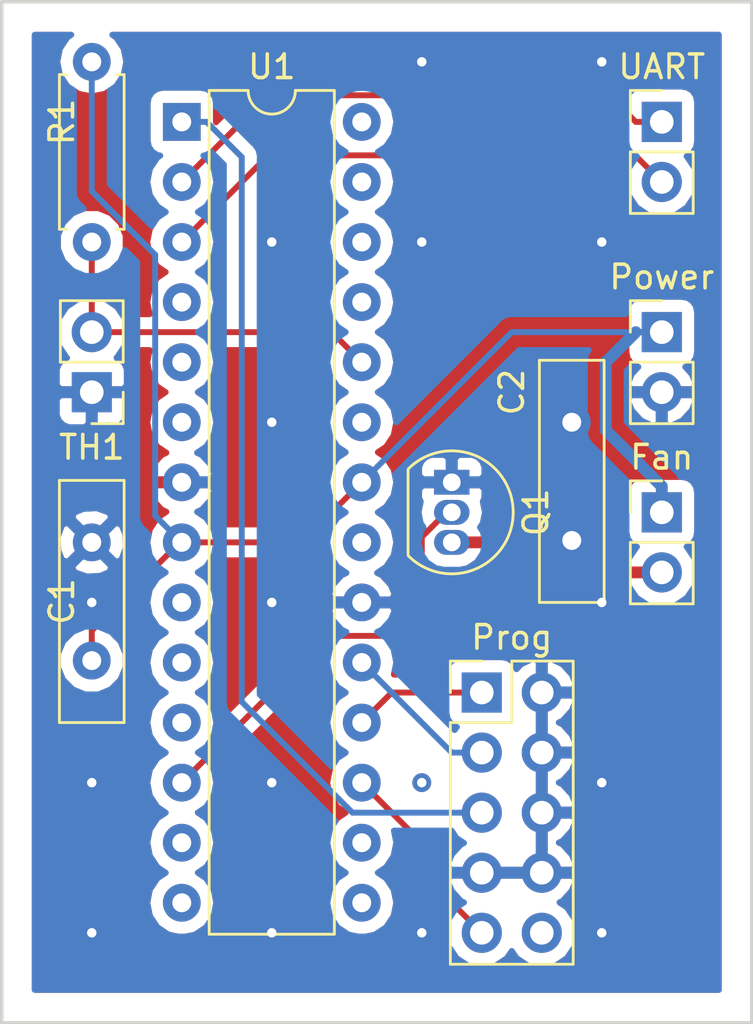
<source format=kicad_pcb>
(kicad_pcb (version 20171130) (host pcbnew 5.0.2-bee76a0~70~ubuntu16.04.1)

  (general
    (thickness 1.6)
    (drawings 5)
    (tracks 69)
    (zones 0)
    (modules 10)
    (nets 29)
  )

  (page A4)
  (layers
    (0 F.Cu signal)
    (31 B.Cu signal)
    (32 B.Adhes user)
    (33 F.Adhes user)
    (34 B.Paste user)
    (35 F.Paste user)
    (36 B.SilkS user)
    (37 F.SilkS user)
    (38 B.Mask user)
    (39 F.Mask user)
    (40 Dwgs.User user)
    (41 Cmts.User user)
    (42 Eco1.User user)
    (43 Eco2.User user)
    (44 Edge.Cuts user)
    (45 Margin user)
    (46 B.CrtYd user)
    (47 F.CrtYd user)
    (48 B.Fab user)
    (49 F.Fab user hide)
  )

  (setup
    (last_trace_width 0.25)
    (trace_clearance 0.2)
    (zone_clearance 0.508)
    (zone_45_only no)
    (trace_min 0.2)
    (segment_width 0.2)
    (edge_width 0.15)
    (via_size 0.8)
    (via_drill 0.4)
    (via_min_size 0.4)
    (via_min_drill 0.3)
    (uvia_size 0.3)
    (uvia_drill 0.1)
    (uvias_allowed no)
    (uvia_min_size 0.2)
    (uvia_min_drill 0.1)
    (pcb_text_width 0.3)
    (pcb_text_size 1.5 1.5)
    (mod_edge_width 0.15)
    (mod_text_size 1 1)
    (mod_text_width 0.15)
    (pad_size 1.6 1.6)
    (pad_drill 0.8)
    (pad_to_mask_clearance 0.051)
    (solder_mask_min_width 0.25)
    (aux_axis_origin 0 0)
    (visible_elements FFFFFF7F)
    (pcbplotparams
      (layerselection 0x010fc_ffffffff)
      (usegerberextensions false)
      (usegerberattributes false)
      (usegerberadvancedattributes false)
      (creategerberjobfile false)
      (excludeedgelayer true)
      (linewidth 0.100000)
      (plotframeref false)
      (viasonmask false)
      (mode 1)
      (useauxorigin false)
      (hpglpennumber 1)
      (hpglpenspeed 20)
      (hpglpendiameter 15.000000)
      (psnegative false)
      (psa4output false)
      (plotreference true)
      (plotvalue true)
      (plotinvisibletext false)
      (padsonsilk false)
      (subtractmaskfromsilk false)
      (outputformat 1)
      (mirror false)
      (drillshape 1)
      (scaleselection 1)
      (outputdirectory ""))
  )

  (net 0 "")
  (net 1 "Net-(C2-Pad1)")
  (net 2 "Net-(R1-Pad1)")
  (net 3 "Net-(C2-Pad2)")
  (net 4 "Net-(Q1-Pad2)")
  (net 5 "Net-(M1-Pad2)")
  (net 6 "Net-(J1-Pad3)")
  (net 7 "Net-(U1-Pad15)")
  (net 8 "Net-(U1-Pad2)")
  (net 9 "Net-(U1-Pad16)")
  (net 10 "Net-(U1-Pad3)")
  (net 11 "Net-(J1-Pad1)")
  (net 12 "Net-(U1-Pad4)")
  (net 13 "Net-(J1-Pad5)")
  (net 14 "Net-(U1-Pad5)")
  (net 15 "Net-(J1-Pad4)")
  (net 16 "Net-(U1-Pad6)")
  (net 17 "Net-(U1-Pad21)")
  (net 18 "Net-(U1-Pad9)")
  (net 19 "Net-(U1-Pad23)")
  (net 20 "Net-(U1-Pad10)")
  (net 21 "Net-(U1-Pad11)")
  (net 22 "Net-(U1-Pad25)")
  (net 23 "Net-(U1-Pad26)")
  (net 24 "Net-(U1-Pad13)")
  (net 25 "Net-(U1-Pad27)")
  (net 26 "Net-(U1-Pad14)")
  (net 27 "Net-(U1-Pad28)")
  (net 28 "Net-(J1-Pad10)")

  (net_class Default "This is the default net class."
    (clearance 0.2)
    (trace_width 0.25)
    (via_dia 0.8)
    (via_drill 0.4)
    (uvia_dia 0.3)
    (uvia_drill 0.1)
    (add_net "Net-(C2-Pad1)")
    (add_net "Net-(C2-Pad2)")
    (add_net "Net-(J1-Pad1)")
    (add_net "Net-(J1-Pad10)")
    (add_net "Net-(J1-Pad3)")
    (add_net "Net-(J1-Pad4)")
    (add_net "Net-(J1-Pad5)")
    (add_net "Net-(M1-Pad2)")
    (add_net "Net-(Q1-Pad2)")
    (add_net "Net-(R1-Pad1)")
    (add_net "Net-(U1-Pad10)")
    (add_net "Net-(U1-Pad11)")
    (add_net "Net-(U1-Pad13)")
    (add_net "Net-(U1-Pad14)")
    (add_net "Net-(U1-Pad15)")
    (add_net "Net-(U1-Pad16)")
    (add_net "Net-(U1-Pad2)")
    (add_net "Net-(U1-Pad21)")
    (add_net "Net-(U1-Pad23)")
    (add_net "Net-(U1-Pad25)")
    (add_net "Net-(U1-Pad26)")
    (add_net "Net-(U1-Pad27)")
    (add_net "Net-(U1-Pad28)")
    (add_net "Net-(U1-Pad3)")
    (add_net "Net-(U1-Pad4)")
    (add_net "Net-(U1-Pad5)")
    (add_net "Net-(U1-Pad6)")
    (add_net "Net-(U1-Pad9)")
  )

  (module Capacitor_THT:C_Disc_D10.0mm_W2.5mm_P5.00mm (layer F.Cu) (tedit 5C016847) (tstamp 5C033C46)
    (at 143.51 80.01 270)
    (descr "C, Disc series, Radial, pin pitch=5.00mm, , diameter*width=10*2.5mm^2, Capacitor, http://cdn-reichelt.de/documents/datenblatt/B300/DS_KERKO_TC.pdf")
    (tags "C Disc series Radial pin pitch 5.00mm  diameter 10mm width 2.5mm Capacitor")
    (path /5BFB3E7F)
    (fp_text reference C2 (at -1.27 2.54 270) (layer F.SilkS)
      (effects (font (size 1 1) (thickness 0.15)))
    )
    (fp_text value 0.1u (at 2.5 2.5 270) (layer F.Fab)
      (effects (font (size 1 1) (thickness 0.15)))
    )
    (fp_text user %R (at 2.5 0 270) (layer F.Fab)
      (effects (font (size 1 1) (thickness 0.15)))
    )
    (fp_line (start 7.75 -1.5) (end -2.75 -1.5) (layer F.CrtYd) (width 0.05))
    (fp_line (start 7.75 1.5) (end 7.75 -1.5) (layer F.CrtYd) (width 0.05))
    (fp_line (start -2.75 1.5) (end 7.75 1.5) (layer F.CrtYd) (width 0.05))
    (fp_line (start -2.75 -1.5) (end -2.75 1.5) (layer F.CrtYd) (width 0.05))
    (fp_line (start 7.62 -1.37) (end 7.62 1.37) (layer F.SilkS) (width 0.12))
    (fp_line (start -2.62 -1.37) (end -2.62 1.37) (layer F.SilkS) (width 0.12))
    (fp_line (start -2.62 1.37) (end 7.62 1.37) (layer F.SilkS) (width 0.12))
    (fp_line (start -2.62 -1.37) (end 7.62 -1.37) (layer F.SilkS) (width 0.12))
    (fp_line (start 7.5 -1.25) (end -2.5 -1.25) (layer F.Fab) (width 0.1))
    (fp_line (start 7.5 1.25) (end 7.5 -1.25) (layer F.Fab) (width 0.1))
    (fp_line (start -2.5 1.25) (end 7.5 1.25) (layer F.Fab) (width 0.1))
    (fp_line (start -2.5 -1.25) (end -2.5 1.25) (layer F.Fab) (width 0.1))
    (pad 2 thru_hole circle (at 5 0 270) (size 1.6 1.6) (drill 0.8) (layers *.Cu *.Mask)
      (net 5 "Net-(M1-Pad2)"))
    (pad 1 thru_hole circle (at 0 0 270) (size 1.6 1.6) (drill 0.8) (layers *.Cu *.Mask)
      (net 1 "Net-(C2-Pad1)"))
    (model ${KISYS3DMOD}/Capacitor_THT.3dshapes/C_Disc_D10.0mm_W2.5mm_P5.00mm.wrl
      (at (xyz 0 0 0))
      (scale (xyz 1 1 1))
      (rotate (xyz 0 0 0))
    )
  )

  (module Connector_PinHeader_2.54mm:PinHeader_1x02_P2.54mm_Vertical (layer F.Cu) (tedit 5C01613E) (tstamp 5C02CD04)
    (at 147.32 67.31)
    (descr "Through hole straight pin header, 1x02, 2.54mm pitch, single row")
    (tags "Through hole pin header THT 1x02 2.54mm single row")
    (fp_text reference UART (at 0 -2.33) (layer F.SilkS)
      (effects (font (size 1 1) (thickness 0.15)))
    )
    (fp_text value PinHeader_1x02_P2.54mm_Vertical (at 0 4.87) (layer F.Fab)
      (effects (font (size 1 1) (thickness 0.15)))
    )
    (fp_line (start -0.635 -1.27) (end 1.27 -1.27) (layer F.Fab) (width 0.1))
    (fp_line (start 1.27 -1.27) (end 1.27 3.81) (layer F.Fab) (width 0.1))
    (fp_line (start 1.27 3.81) (end -1.27 3.81) (layer F.Fab) (width 0.1))
    (fp_line (start -1.27 3.81) (end -1.27 -0.635) (layer F.Fab) (width 0.1))
    (fp_line (start -1.27 -0.635) (end -0.635 -1.27) (layer F.Fab) (width 0.1))
    (fp_line (start -1.33 3.87) (end 1.33 3.87) (layer F.SilkS) (width 0.12))
    (fp_line (start -1.33 1.27) (end -1.33 3.87) (layer F.SilkS) (width 0.12))
    (fp_line (start 1.33 1.27) (end 1.33 3.87) (layer F.SilkS) (width 0.12))
    (fp_line (start -1.33 1.27) (end 1.33 1.27) (layer F.SilkS) (width 0.12))
    (fp_line (start -1.33 0) (end -1.33 -1.33) (layer F.SilkS) (width 0.12))
    (fp_line (start -1.33 -1.33) (end 0 -1.33) (layer F.SilkS) (width 0.12))
    (fp_line (start -1.8 -1.8) (end -1.8 4.35) (layer F.CrtYd) (width 0.05))
    (fp_line (start -1.8 4.35) (end 1.8 4.35) (layer F.CrtYd) (width 0.05))
    (fp_line (start 1.8 4.35) (end 1.8 -1.8) (layer F.CrtYd) (width 0.05))
    (fp_line (start 1.8 -1.8) (end -1.8 -1.8) (layer F.CrtYd) (width 0.05))
    (fp_text user %R (at 0 1.27 90) (layer F.Fab)
      (effects (font (size 1 1) (thickness 0.15)))
    )
    (pad 1 thru_hole rect (at 0 0) (size 1.7 1.7) (drill 1) (layers *.Cu *.Mask)
      (net 8 "Net-(U1-Pad2)"))
    (pad 2 thru_hole oval (at 0 2.54) (size 1.7 1.7) (drill 1) (layers *.Cu *.Mask)
      (net 10 "Net-(U1-Pad3)"))
    (model ${KISYS3DMOD}/Connector_PinHeader_2.54mm.3dshapes/PinHeader_1x02_P2.54mm_Vertical.wrl
      (at (xyz 0 0 0))
      (scale (xyz 1 1 1))
      (rotate (xyz 0 0 0))
    )
  )

  (module Resistor_THT:R_Axial_DIN0207_L6.3mm_D2.5mm_P7.62mm_Horizontal (layer F.Cu) (tedit 5AE5139B) (tstamp 5C07A13D)
    (at 123.19 72.39 90)
    (descr "Resistor, Axial_DIN0207 series, Axial, Horizontal, pin pitch=7.62mm, 0.25W = 1/4W, length*diameter=6.3*2.5mm^2, http://cdn-reichelt.de/documents/datenblatt/B400/1_4W%23YAG.pdf")
    (tags "Resistor Axial_DIN0207 series Axial Horizontal pin pitch 7.62mm 0.25W = 1/4W length 6.3mm diameter 2.5mm")
    (path /5BFB40CC)
    (fp_text reference R1 (at 5.08 -1.27 90) (layer F.SilkS)
      (effects (font (size 1 1) (thickness 0.15)))
    )
    (fp_text value 6800 (at 3.81 2.37 90) (layer F.Fab)
      (effects (font (size 1 1) (thickness 0.15)))
    )
    (fp_line (start 0.66 -1.25) (end 0.66 1.25) (layer F.Fab) (width 0.1))
    (fp_line (start 0.66 1.25) (end 6.96 1.25) (layer F.Fab) (width 0.1))
    (fp_line (start 6.96 1.25) (end 6.96 -1.25) (layer F.Fab) (width 0.1))
    (fp_line (start 6.96 -1.25) (end 0.66 -1.25) (layer F.Fab) (width 0.1))
    (fp_line (start 0 0) (end 0.66 0) (layer F.Fab) (width 0.1))
    (fp_line (start 7.62 0) (end 6.96 0) (layer F.Fab) (width 0.1))
    (fp_line (start 0.54 -1.04) (end 0.54 -1.37) (layer F.SilkS) (width 0.12))
    (fp_line (start 0.54 -1.37) (end 7.08 -1.37) (layer F.SilkS) (width 0.12))
    (fp_line (start 7.08 -1.37) (end 7.08 -1.04) (layer F.SilkS) (width 0.12))
    (fp_line (start 0.54 1.04) (end 0.54 1.37) (layer F.SilkS) (width 0.12))
    (fp_line (start 0.54 1.37) (end 7.08 1.37) (layer F.SilkS) (width 0.12))
    (fp_line (start 7.08 1.37) (end 7.08 1.04) (layer F.SilkS) (width 0.12))
    (fp_line (start -1.05 -1.5) (end -1.05 1.5) (layer F.CrtYd) (width 0.05))
    (fp_line (start -1.05 1.5) (end 8.67 1.5) (layer F.CrtYd) (width 0.05))
    (fp_line (start 8.67 1.5) (end 8.67 -1.5) (layer F.CrtYd) (width 0.05))
    (fp_line (start 8.67 -1.5) (end -1.05 -1.5) (layer F.CrtYd) (width 0.05))
    (fp_text user %R (at 3.81 0 90) (layer F.Fab)
      (effects (font (size 1 1) (thickness 0.15)))
    )
    (pad 1 thru_hole circle (at 0 0 90) (size 1.6 1.6) (drill 0.8) (layers *.Cu *.Mask)
      (net 2 "Net-(R1-Pad1)"))
    (pad 2 thru_hole oval (at 7.62 0 90) (size 1.6 1.6) (drill 0.8) (layers *.Cu *.Mask)
      (net 3 "Net-(C2-Pad2)"))
    (model ${KISYS3DMOD}/Resistor_THT.3dshapes/R_Axial_DIN0207_L6.3mm_D2.5mm_P7.62mm_Horizontal.wrl
      (at (xyz 0 0 0))
      (scale (xyz 1 1 1))
      (rotate (xyz 0 0 0))
    )
  )

  (module Connector_PinHeader_2.54mm:PinHeader_1x02_P2.54mm_Vertical (layer F.Cu) (tedit 59FED5CC) (tstamp 5C00A5C2)
    (at 123.19 78.74 180)
    (descr "Through hole straight pin header, 1x02, 2.54mm pitch, single row")
    (tags "Through hole pin header THT 1x02 2.54mm single row")
    (path /5BFB48A6)
    (fp_text reference TH1 (at 0 -2.33 180) (layer F.SilkS)
      (effects (font (size 1 1) (thickness 0.15)))
    )
    (fp_text value Thermistor (at 0 4.87 180) (layer F.Fab)
      (effects (font (size 1 1) (thickness 0.15)))
    )
    (fp_text user %R (at 0 1.27 270) (layer F.Fab)
      (effects (font (size 1 1) (thickness 0.15)))
    )
    (fp_line (start 1.8 -1.8) (end -1.8 -1.8) (layer F.CrtYd) (width 0.05))
    (fp_line (start 1.8 4.35) (end 1.8 -1.8) (layer F.CrtYd) (width 0.05))
    (fp_line (start -1.8 4.35) (end 1.8 4.35) (layer F.CrtYd) (width 0.05))
    (fp_line (start -1.8 -1.8) (end -1.8 4.35) (layer F.CrtYd) (width 0.05))
    (fp_line (start -1.33 -1.33) (end 0 -1.33) (layer F.SilkS) (width 0.12))
    (fp_line (start -1.33 0) (end -1.33 -1.33) (layer F.SilkS) (width 0.12))
    (fp_line (start -1.33 1.27) (end 1.33 1.27) (layer F.SilkS) (width 0.12))
    (fp_line (start 1.33 1.27) (end 1.33 3.87) (layer F.SilkS) (width 0.12))
    (fp_line (start -1.33 1.27) (end -1.33 3.87) (layer F.SilkS) (width 0.12))
    (fp_line (start -1.33 3.87) (end 1.33 3.87) (layer F.SilkS) (width 0.12))
    (fp_line (start -1.27 -0.635) (end -0.635 -1.27) (layer F.Fab) (width 0.1))
    (fp_line (start -1.27 3.81) (end -1.27 -0.635) (layer F.Fab) (width 0.1))
    (fp_line (start 1.27 3.81) (end -1.27 3.81) (layer F.Fab) (width 0.1))
    (fp_line (start 1.27 -1.27) (end 1.27 3.81) (layer F.Fab) (width 0.1))
    (fp_line (start -0.635 -1.27) (end 1.27 -1.27) (layer F.Fab) (width 0.1))
    (pad 2 thru_hole oval (at 0 2.54 180) (size 1.7 1.7) (drill 1) (layers *.Cu *.Mask)
      (net 2 "Net-(R1-Pad1)"))
    (pad 1 thru_hole rect (at 0 0 180) (size 1.7 1.7) (drill 1) (layers *.Cu *.Mask)
      (net 1 "Net-(C2-Pad1)"))
    (model ${KISYS3DMOD}/Connector_PinHeader_2.54mm.3dshapes/PinHeader_1x02_P2.54mm_Vertical.wrl
      (at (xyz 0 0 0))
      (scale (xyz 1 1 1))
      (rotate (xyz 0 0 0))
    )
  )

  (module Capacitor_THT:C_Disc_D10.0mm_W2.5mm_P5.00mm (layer F.Cu) (tedit 5C0168FE) (tstamp 5C07A07B)
    (at 123.19 85.09 270)
    (descr "C, Disc series, Radial, pin pitch=5.00mm, , diameter*width=10*2.5mm^2, Capacitor, http://cdn-reichelt.de/documents/datenblatt/B300/DS_KERKO_TC.pdf")
    (tags "C Disc series Radial pin pitch 5.00mm  diameter 10mm width 2.5mm Capacitor")
    (path /5BFB3E7F)
    (fp_text reference C1 (at 2.5 1.27 270) (layer F.SilkS)
      (effects (font (size 1 1) (thickness 0.15)))
    )
    (fp_text value 0.1u (at 2.5 2.5 270) (layer F.Fab)
      (effects (font (size 1 1) (thickness 0.15)))
    )
    (fp_line (start -2.5 -1.25) (end -2.5 1.25) (layer F.Fab) (width 0.1))
    (fp_line (start -2.5 1.25) (end 7.5 1.25) (layer F.Fab) (width 0.1))
    (fp_line (start 7.5 1.25) (end 7.5 -1.25) (layer F.Fab) (width 0.1))
    (fp_line (start 7.5 -1.25) (end -2.5 -1.25) (layer F.Fab) (width 0.1))
    (fp_line (start -2.62 -1.37) (end 7.62 -1.37) (layer F.SilkS) (width 0.12))
    (fp_line (start -2.62 1.37) (end 7.62 1.37) (layer F.SilkS) (width 0.12))
    (fp_line (start -2.62 -1.37) (end -2.62 1.37) (layer F.SilkS) (width 0.12))
    (fp_line (start 7.62 -1.37) (end 7.62 1.37) (layer F.SilkS) (width 0.12))
    (fp_line (start -2.75 -1.5) (end -2.75 1.5) (layer F.CrtYd) (width 0.05))
    (fp_line (start -2.75 1.5) (end 7.75 1.5) (layer F.CrtYd) (width 0.05))
    (fp_line (start 7.75 1.5) (end 7.75 -1.5) (layer F.CrtYd) (width 0.05))
    (fp_line (start 7.75 -1.5) (end -2.75 -1.5) (layer F.CrtYd) (width 0.05))
    (fp_text user %R (at 2.5 0 270) (layer F.Fab)
      (effects (font (size 1 1) (thickness 0.15)))
    )
    (pad 1 thru_hole circle (at 0 0 270) (size 1.6 1.6) (drill 0.8) (layers *.Cu *.Mask)
      (net 1 "Net-(C2-Pad1)"))
    (pad 2 thru_hole circle (at 5 0 270) (size 1.6 1.6) (drill 0.8) (layers *.Cu *.Mask)
      (net 3 "Net-(C2-Pad2)"))
    (model ${KISYS3DMOD}/Capacitor_THT.3dshapes/C_Disc_D10.0mm_W2.5mm_P5.00mm.wrl
      (at (xyz 0 0 0))
      (scale (xyz 1 1 1))
      (rotate (xyz 0 0 0))
    )
  )

  (module Connector_PinHeader_2.54mm:PinHeader_1x02_P2.54mm_Vertical (layer F.Cu) (tedit 5C0165C7) (tstamp 5C02CB0A)
    (at 147.32 83.82)
    (descr "Through hole straight pin header, 1x02, 2.54mm pitch, single row")
    (tags "Through hole pin header THT 1x02 2.54mm single row")
    (path /5BFB4178)
    (fp_text reference Fan (at 0 -2.33) (layer F.SilkS)
      (effects (font (size 1 1) (thickness 0.15)))
    )
    (fp_text value Fan (at 0 4.87) (layer F.Fab)
      (effects (font (size 1 1) (thickness 0.15)))
    )
    (fp_line (start -0.635 -1.27) (end 1.27 -1.27) (layer F.Fab) (width 0.1))
    (fp_line (start 1.27 -1.27) (end 1.27 3.81) (layer F.Fab) (width 0.1))
    (fp_line (start 1.27 3.81) (end -1.27 3.81) (layer F.Fab) (width 0.1))
    (fp_line (start -1.27 3.81) (end -1.27 -0.635) (layer F.Fab) (width 0.1))
    (fp_line (start -1.27 -0.635) (end -0.635 -1.27) (layer F.Fab) (width 0.1))
    (fp_line (start -1.33 3.87) (end 1.33 3.87) (layer F.SilkS) (width 0.12))
    (fp_line (start -1.33 1.27) (end -1.33 3.87) (layer F.SilkS) (width 0.12))
    (fp_line (start 1.33 1.27) (end 1.33 3.87) (layer F.SilkS) (width 0.12))
    (fp_line (start -1.33 1.27) (end 1.33 1.27) (layer F.SilkS) (width 0.12))
    (fp_line (start -1.33 0) (end -1.33 -1.33) (layer F.SilkS) (width 0.12))
    (fp_line (start -1.33 -1.33) (end 0 -1.33) (layer F.SilkS) (width 0.12))
    (fp_line (start -1.8 -1.8) (end -1.8 4.35) (layer F.CrtYd) (width 0.05))
    (fp_line (start -1.8 4.35) (end 1.8 4.35) (layer F.CrtYd) (width 0.05))
    (fp_line (start 1.8 4.35) (end 1.8 -1.8) (layer F.CrtYd) (width 0.05))
    (fp_line (start 1.8 -1.8) (end -1.8 -1.8) (layer F.CrtYd) (width 0.05))
    (fp_text user %R (at 0 1.27 90) (layer F.Fab)
      (effects (font (size 1 1) (thickness 0.15)))
    )
    (pad 1 thru_hole rect (at 0 0) (size 1.7 1.7) (drill 1) (layers *.Cu *.Mask)
      (net 3 "Net-(C2-Pad2)"))
    (pad 2 thru_hole oval (at 0 2.54) (size 1.7 1.7) (drill 1) (layers *.Cu *.Mask)
      (net 5 "Net-(M1-Pad2)"))
    (model ${KISYS3DMOD}/Connector_PinHeader_2.54mm.3dshapes/PinHeader_1x02_P2.54mm_Vertical.wrl
      (at (xyz 0 0 0))
      (scale (xyz 1 1 1))
      (rotate (xyz 0 0 0))
    )
  )

  (module Connector_PinHeader_2.54mm:PinHeader_2x05_P2.54mm_Vertical (layer F.Cu) (tedit 5C016909) (tstamp 5C00A761)
    (at 139.7 91.44)
    (descr "Through hole straight pin header, 2x05, 2.54mm pitch, double rows")
    (tags "Through hole pin header THT 2x05 2.54mm double row")
    (path /5BFB4287)
    (fp_text reference Prog (at 1.27 -2.33) (layer F.SilkS)
      (effects (font (size 1 1) (thickness 0.15)))
    )
    (fp_text value Conn_02x05_Counter_Clockwise (at 1.27 12.49) (layer F.Fab)
      (effects (font (size 1 1) (thickness 0.15)))
    )
    (fp_line (start 0 -1.27) (end 3.81 -1.27) (layer F.Fab) (width 0.1))
    (fp_line (start 3.81 -1.27) (end 3.81 11.43) (layer F.Fab) (width 0.1))
    (fp_line (start 3.81 11.43) (end -1.27 11.43) (layer F.Fab) (width 0.1))
    (fp_line (start -1.27 11.43) (end -1.27 0) (layer F.Fab) (width 0.1))
    (fp_line (start -1.27 0) (end 0 -1.27) (layer F.Fab) (width 0.1))
    (fp_line (start -1.33 11.49) (end 3.87 11.49) (layer F.SilkS) (width 0.12))
    (fp_line (start -1.33 1.27) (end -1.33 11.49) (layer F.SilkS) (width 0.12))
    (fp_line (start 3.87 -1.33) (end 3.87 11.49) (layer F.SilkS) (width 0.12))
    (fp_line (start -1.33 1.27) (end 1.27 1.27) (layer F.SilkS) (width 0.12))
    (fp_line (start 1.27 1.27) (end 1.27 -1.33) (layer F.SilkS) (width 0.12))
    (fp_line (start 1.27 -1.33) (end 3.87 -1.33) (layer F.SilkS) (width 0.12))
    (fp_line (start -1.33 0) (end -1.33 -1.33) (layer F.SilkS) (width 0.12))
    (fp_line (start -1.33 -1.33) (end 0 -1.33) (layer F.SilkS) (width 0.12))
    (fp_line (start -1.8 -1.8) (end -1.8 11.95) (layer F.CrtYd) (width 0.05))
    (fp_line (start -1.8 11.95) (end 4.35 11.95) (layer F.CrtYd) (width 0.05))
    (fp_line (start 4.35 11.95) (end 4.35 -1.8) (layer F.CrtYd) (width 0.05))
    (fp_line (start 4.35 -1.8) (end -1.8 -1.8) (layer F.CrtYd) (width 0.05))
    (fp_text user %R (at 1.27 5.08 90) (layer F.Fab)
      (effects (font (size 1 1) (thickness 0.15)))
    )
    (pad 1 thru_hole rect (at 0 0) (size 1.7 1.7) (drill 1) (layers *.Cu *.Mask)
      (net 13 "Net-(J1-Pad5)"))
    (pad 2 thru_hole oval (at 2.54 0) (size 1.7 1.7) (drill 1) (layers *.Cu *.Mask)
      (net 1 "Net-(C2-Pad1)"))
    (pad 3 thru_hole oval (at 0 2.54) (size 1.7 1.7) (drill 1) (layers *.Cu *.Mask)
      (net 15 "Net-(J1-Pad4)"))
    (pad 4 thru_hole oval (at 2.54 2.54) (size 1.7 1.7) (drill 1) (layers *.Cu *.Mask)
      (net 1 "Net-(C2-Pad1)"))
    (pad 5 thru_hole oval (at 0 5.08) (size 1.7 1.7) (drill 1) (layers *.Cu *.Mask)
      (net 6 "Net-(J1-Pad3)"))
    (pad 6 thru_hole oval (at 2.54 5.08) (size 1.7 1.7) (drill 1) (layers *.Cu *.Mask)
      (net 1 "Net-(C2-Pad1)"))
    (pad 7 thru_hole oval (at 0 7.62) (size 1.7 1.7) (drill 1) (layers *.Cu *.Mask)
      (net 1 "Net-(C2-Pad1)"))
    (pad 8 thru_hole oval (at 2.54 7.62) (size 1.7 1.7) (drill 1) (layers *.Cu *.Mask)
      (net 1 "Net-(C2-Pad1)"))
    (pad 9 thru_hole oval (at 0 10.16) (size 1.7 1.7) (drill 1) (layers *.Cu *.Mask)
      (net 11 "Net-(J1-Pad1)"))
    (pad 10 thru_hole oval (at 2.54 10.16) (size 1.7 1.7) (drill 1) (layers *.Cu *.Mask)
      (net 28 "Net-(J1-Pad10)"))
    (model ${KISYS3DMOD}/Connector_PinHeader_2.54mm.3dshapes/PinHeader_2x05_P2.54mm_Vertical.wrl
      (at (xyz 0 0 0))
      (scale (xyz 1 1 1))
      (rotate (xyz 0 0 0))
    )
  )

  (module Package_DIP:DIP-28_W7.62mm (layer F.Cu) (tedit 5A02E8C5) (tstamp 5C02DB1E)
    (at 127 67.31)
    (descr "28-lead though-hole mounted DIP package, row spacing 7.62 mm (300 mils)")
    (tags "THT DIP DIL PDIP 2.54mm 7.62mm 300mil")
    (path /5BFB3CC0)
    (fp_text reference U1 (at 3.81 -2.33) (layer F.SilkS)
      (effects (font (size 1 1) (thickness 0.15)))
    )
    (fp_text value ATmega328P-PU (at 3.81 35.35) (layer F.Fab)
      (effects (font (size 1 1) (thickness 0.15)))
    )
    (fp_arc (start 3.81 -1.33) (end 2.81 -1.33) (angle -180) (layer F.SilkS) (width 0.12))
    (fp_line (start 1.635 -1.27) (end 6.985 -1.27) (layer F.Fab) (width 0.1))
    (fp_line (start 6.985 -1.27) (end 6.985 34.29) (layer F.Fab) (width 0.1))
    (fp_line (start 6.985 34.29) (end 0.635 34.29) (layer F.Fab) (width 0.1))
    (fp_line (start 0.635 34.29) (end 0.635 -0.27) (layer F.Fab) (width 0.1))
    (fp_line (start 0.635 -0.27) (end 1.635 -1.27) (layer F.Fab) (width 0.1))
    (fp_line (start 2.81 -1.33) (end 1.16 -1.33) (layer F.SilkS) (width 0.12))
    (fp_line (start 1.16 -1.33) (end 1.16 34.35) (layer F.SilkS) (width 0.12))
    (fp_line (start 1.16 34.35) (end 6.46 34.35) (layer F.SilkS) (width 0.12))
    (fp_line (start 6.46 34.35) (end 6.46 -1.33) (layer F.SilkS) (width 0.12))
    (fp_line (start 6.46 -1.33) (end 4.81 -1.33) (layer F.SilkS) (width 0.12))
    (fp_line (start -1.1 -1.55) (end -1.1 34.55) (layer F.CrtYd) (width 0.05))
    (fp_line (start -1.1 34.55) (end 8.7 34.55) (layer F.CrtYd) (width 0.05))
    (fp_line (start 8.7 34.55) (end 8.7 -1.55) (layer F.CrtYd) (width 0.05))
    (fp_line (start 8.7 -1.55) (end -1.1 -1.55) (layer F.CrtYd) (width 0.05))
    (fp_text user %R (at 3.81 16.51) (layer F.Fab)
      (effects (font (size 1 1) (thickness 0.15)))
    )
    (pad 1 thru_hole rect (at 0 0) (size 1.6 1.6) (drill 0.8) (layers *.Cu *.Mask)
      (net 6 "Net-(J1-Pad3)"))
    (pad 15 thru_hole oval (at 7.62 33.02) (size 1.6 1.6) (drill 0.8) (layers *.Cu *.Mask)
      (net 7 "Net-(U1-Pad15)"))
    (pad 2 thru_hole oval (at 0 2.54) (size 1.6 1.6) (drill 0.8) (layers *.Cu *.Mask)
      (net 8 "Net-(U1-Pad2)"))
    (pad 16 thru_hole oval (at 7.62 30.48) (size 1.6 1.6) (drill 0.8) (layers *.Cu *.Mask)
      (net 9 "Net-(U1-Pad16)"))
    (pad 3 thru_hole oval (at 0 5.08) (size 1.6 1.6) (drill 0.8) (layers *.Cu *.Mask)
      (net 10 "Net-(U1-Pad3)"))
    (pad 17 thru_hole oval (at 7.62 27.94) (size 1.6 1.6) (drill 0.8) (layers *.Cu *.Mask)
      (net 11 "Net-(J1-Pad1)"))
    (pad 4 thru_hole oval (at 0 7.62) (size 1.6 1.6) (drill 0.8) (layers *.Cu *.Mask)
      (net 12 "Net-(U1-Pad4)"))
    (pad 18 thru_hole oval (at 7.62 25.4) (size 1.6 1.6) (drill 0.8) (layers *.Cu *.Mask)
      (net 13 "Net-(J1-Pad5)"))
    (pad 5 thru_hole oval (at 0 10.16) (size 1.6 1.6) (drill 0.8) (layers *.Cu *.Mask)
      (net 14 "Net-(U1-Pad5)"))
    (pad 19 thru_hole oval (at 7.62 22.86) (size 1.6 1.6) (drill 0.8) (layers *.Cu *.Mask)
      (net 15 "Net-(J1-Pad4)"))
    (pad 6 thru_hole oval (at 0 12.7) (size 1.6 1.6) (drill 0.8) (layers *.Cu *.Mask)
      (net 16 "Net-(U1-Pad6)"))
    (pad 20 thru_hole oval (at 7.62 20.32) (size 1.6 1.6) (drill 0.8) (layers *.Cu *.Mask)
      (net 1 "Net-(C2-Pad1)"))
    (pad 7 thru_hole oval (at 0 15.24) (size 1.6 1.6) (drill 0.8) (layers *.Cu *.Mask)
      (net 1 "Net-(C2-Pad1)"))
    (pad 21 thru_hole oval (at 7.62 17.78) (size 1.6 1.6) (drill 0.8) (layers *.Cu *.Mask)
      (net 17 "Net-(U1-Pad21)"))
    (pad 8 thru_hole oval (at 0 17.78) (size 1.6 1.6) (drill 0.8) (layers *.Cu *.Mask)
      (net 3 "Net-(C2-Pad2)"))
    (pad 22 thru_hole oval (at 7.62 15.24) (size 1.6 1.6) (drill 0.8) (layers *.Cu *.Mask)
      (net 3 "Net-(C2-Pad2)"))
    (pad 9 thru_hole oval (at 0 20.32) (size 1.6 1.6) (drill 0.8) (layers *.Cu *.Mask)
      (net 18 "Net-(U1-Pad9)"))
    (pad 23 thru_hole oval (at 7.62 12.7) (size 1.6 1.6) (drill 0.8) (layers *.Cu *.Mask)
      (net 19 "Net-(U1-Pad23)"))
    (pad 10 thru_hole oval (at 0 22.86) (size 1.6 1.6) (drill 0.8) (layers *.Cu *.Mask)
      (net 20 "Net-(U1-Pad10)"))
    (pad 24 thru_hole oval (at 7.62 10.16) (size 1.6 1.6) (drill 0.8) (layers *.Cu *.Mask)
      (net 2 "Net-(R1-Pad1)"))
    (pad 11 thru_hole oval (at 0 25.4) (size 1.6 1.6) (drill 0.8) (layers *.Cu *.Mask)
      (net 21 "Net-(U1-Pad11)"))
    (pad 25 thru_hole oval (at 7.62 7.62) (size 1.6 1.6) (drill 0.8) (layers *.Cu *.Mask)
      (net 22 "Net-(U1-Pad25)"))
    (pad 12 thru_hole oval (at 0 27.94) (size 1.6 1.6) (drill 0.8) (layers *.Cu *.Mask)
      (net 4 "Net-(Q1-Pad2)"))
    (pad 26 thru_hole oval (at 7.62 5.08) (size 1.6 1.6) (drill 0.8) (layers *.Cu *.Mask)
      (net 23 "Net-(U1-Pad26)"))
    (pad 13 thru_hole oval (at 0 30.48) (size 1.6 1.6) (drill 0.8) (layers *.Cu *.Mask)
      (net 24 "Net-(U1-Pad13)"))
    (pad 27 thru_hole oval (at 7.62 2.54) (size 1.6 1.6) (drill 0.8) (layers *.Cu *.Mask)
      (net 25 "Net-(U1-Pad27)"))
    (pad 14 thru_hole oval (at 0 33.02) (size 1.6 1.6) (drill 0.8) (layers *.Cu *.Mask)
      (net 26 "Net-(U1-Pad14)"))
    (pad 28 thru_hole oval (at 7.62 0) (size 1.6 1.6) (drill 0.8) (layers *.Cu *.Mask)
      (net 27 "Net-(U1-Pad28)"))
    (model ${KISYS3DMOD}/Package_DIP.3dshapes/DIP-28_W7.62mm.wrl
      (at (xyz 0 0 0))
      (scale (xyz 1 1 1))
      (rotate (xyz 0 0 0))
    )
  )

  (module Package_TO_SOT_THT:TO-92_Inline (layer F.Cu) (tedit 5C0165EB) (tstamp 5C07AE99)
    (at 138.43 82.55 270)
    (descr "TO-92 leads in-line, narrow, oval pads, drill 0.75mm (see NXP sot054_po.pdf)")
    (tags "to-92 sc-43 sc-43a sot54 PA33 transistor")
    (path /5BFB3FA6)
    (fp_text reference Q1 (at 1.27 -3.56 270) (layer F.SilkS)
      (effects (font (size 1 1) (thickness 0.15)))
    )
    (fp_text value 2N7000 (at 1.27 2.79 270) (layer F.Fab)
      (effects (font (size 1 1) (thickness 0.15)))
    )
    (fp_text user %R (at 1.27 -3.56 270) (layer F.Fab)
      (effects (font (size 1 1) (thickness 0.15)))
    )
    (fp_line (start -0.53 1.85) (end 3.07 1.85) (layer F.SilkS) (width 0.12))
    (fp_line (start -0.5 1.75) (end 3 1.75) (layer F.Fab) (width 0.1))
    (fp_line (start -1.46 -2.73) (end 4 -2.73) (layer F.CrtYd) (width 0.05))
    (fp_line (start -1.46 -2.73) (end -1.46 2.01) (layer F.CrtYd) (width 0.05))
    (fp_line (start 4 2.01) (end 4 -2.73) (layer F.CrtYd) (width 0.05))
    (fp_line (start 4 2.01) (end -1.46 2.01) (layer F.CrtYd) (width 0.05))
    (fp_arc (start 1.27 0) (end 1.27 -2.48) (angle 135) (layer F.Fab) (width 0.1))
    (fp_arc (start 1.27 0) (end 1.27 -2.6) (angle -135) (layer F.SilkS) (width 0.12))
    (fp_arc (start 1.27 0) (end 1.27 -2.48) (angle -135) (layer F.Fab) (width 0.1))
    (fp_arc (start 1.27 0) (end 1.27 -2.6) (angle 135) (layer F.SilkS) (width 0.12))
    (pad 2 thru_hole oval (at 1.27 0 270) (size 1.05 1.5) (drill 0.75) (layers *.Cu *.Mask)
      (net 4 "Net-(Q1-Pad2)"))
    (pad 3 thru_hole oval (at 2.54 0 270) (size 1.05 1.5) (drill 0.75) (layers *.Cu *.Mask)
      (net 5 "Net-(M1-Pad2)"))
    (pad 1 thru_hole rect (at 0 0 270) (size 1.05 1.5) (drill 0.75) (layers *.Cu *.Mask)
      (net 1 "Net-(C2-Pad1)"))
    (model ${KISYS3DMOD}/Package_TO_SOT_THT.3dshapes/TO-92_Inline.wrl
      (at (xyz 0 0 0))
      (scale (xyz 1 1 1))
      (rotate (xyz 0 0 0))
    )
  )

  (module Connector_PinHeader_2.54mm:PinHeader_1x02_P2.54mm_Vertical (layer F.Cu) (tedit 5C0165C0) (tstamp 5C02C8D9)
    (at 147.32 76.2)
    (descr "Through hole straight pin header, 1x02, 2.54mm pitch, single row")
    (tags "Through hole pin header THT 1x02 2.54mm single row")
    (fp_text reference Power (at 0 -2.33) (layer F.SilkS)
      (effects (font (size 1 1) (thickness 0.15)))
    )
    (fp_text value PinHeader_1x02_P2.54mm_Vertical (at 0 4.87) (layer F.Fab)
      (effects (font (size 1 1) (thickness 0.15)))
    )
    (fp_text user %R (at 0 1.27 90) (layer F.Fab)
      (effects (font (size 1 1) (thickness 0.15)))
    )
    (fp_line (start 1.8 -1.8) (end -1.8 -1.8) (layer F.CrtYd) (width 0.05))
    (fp_line (start 1.8 4.35) (end 1.8 -1.8) (layer F.CrtYd) (width 0.05))
    (fp_line (start -1.8 4.35) (end 1.8 4.35) (layer F.CrtYd) (width 0.05))
    (fp_line (start -1.8 -1.8) (end -1.8 4.35) (layer F.CrtYd) (width 0.05))
    (fp_line (start -1.33 -1.33) (end 0 -1.33) (layer F.SilkS) (width 0.12))
    (fp_line (start -1.33 0) (end -1.33 -1.33) (layer F.SilkS) (width 0.12))
    (fp_line (start -1.33 1.27) (end 1.33 1.27) (layer F.SilkS) (width 0.12))
    (fp_line (start 1.33 1.27) (end 1.33 3.87) (layer F.SilkS) (width 0.12))
    (fp_line (start -1.33 1.27) (end -1.33 3.87) (layer F.SilkS) (width 0.12))
    (fp_line (start -1.33 3.87) (end 1.33 3.87) (layer F.SilkS) (width 0.12))
    (fp_line (start -1.27 -0.635) (end -0.635 -1.27) (layer F.Fab) (width 0.1))
    (fp_line (start -1.27 3.81) (end -1.27 -0.635) (layer F.Fab) (width 0.1))
    (fp_line (start 1.27 3.81) (end -1.27 3.81) (layer F.Fab) (width 0.1))
    (fp_line (start 1.27 -1.27) (end 1.27 3.81) (layer F.Fab) (width 0.1))
    (fp_line (start -0.635 -1.27) (end 1.27 -1.27) (layer F.Fab) (width 0.1))
    (pad 2 thru_hole oval (at 0 2.54) (size 1.7 1.7) (drill 1) (layers *.Cu *.Mask)
      (net 1 "Net-(C2-Pad1)"))
    (pad 1 thru_hole rect (at 0 0) (size 1.7 1.7) (drill 1) (layers *.Cu *.Mask)
      (net 3 "Net-(C2-Pad2)"))
    (model ${KISYS3DMOD}/Connector_PinHeader_2.54mm.3dshapes/PinHeader_1x02_P2.54mm_Vertical.wrl
      (at (xyz 0 0 0))
      (scale (xyz 1 1 1))
      (rotate (xyz 0 0 0))
    )
  )

  (gr_line (start 119.38 62.23) (end 120.65 62.23) (layer Edge.Cuts) (width 0.15))
  (gr_line (start 119.38 105.41) (end 119.38 62.23) (layer Edge.Cuts) (width 0.15))
  (gr_line (start 151.13 105.41) (end 119.38 105.41) (layer Edge.Cuts) (width 0.15))
  (gr_line (start 151.13 62.23) (end 151.13 105.41) (layer Edge.Cuts) (width 0.15))
  (gr_line (start 120.65 62.23) (end 151.13 62.23) (layer Edge.Cuts) (width 0.15))

  (via (at 144.78 95.25) (size 0.8) (drill 0.4) (layers F.Cu B.Cu) (net 0))
  (via (at 144.78 101.6) (size 0.8) (drill 0.4) (layers F.Cu B.Cu) (net 0))
  (via (at 137.16 101.6) (size 0.8) (drill 0.4) (layers F.Cu B.Cu) (net 0))
  (via (at 130.81 101.6) (size 0.8) (drill 0.4) (layers F.Cu B.Cu) (net 0))
  (via (at 130.81 95.25) (size 0.8) (drill 0.4) (layers F.Cu B.Cu) (net 0))
  (via (at 130.81 87.63) (size 0.8) (drill 0.4) (layers F.Cu B.Cu) (net 0))
  (via (at 130.81 80.01) (size 0.8) (drill 0.4) (layers F.Cu B.Cu) (net 0))
  (via (at 130.81 72.39) (size 0.8) (drill 0.4) (layers F.Cu B.Cu) (net 0))
  (via (at 137.16 95.25) (size 0.8) (drill 0.4) (layers F.Cu B.Cu) (net 0))
  (via (at 123.19 101.6) (size 0.8) (drill 0.4) (layers F.Cu B.Cu) (net 0))
  (via (at 123.19 95.25) (size 0.8) (drill 0.4) (layers F.Cu B.Cu) (net 0))
  (via (at 123.19 87.63) (size 0.8) (drill 0.4) (layers F.Cu B.Cu) (net 0))
  (via (at 144.78 87.63) (size 0.8) (drill 0.4) (layers F.Cu B.Cu) (net 0))
  (via (at 137.16 72.39) (size 0.8) (drill 0.4) (layers F.Cu B.Cu) (net 0))
  (via (at 137.16 64.77) (size 0.8) (drill 0.4) (layers F.Cu B.Cu) (net 0))
  (via (at 144.78 64.77) (size 0.8) (drill 0.4) (layers F.Cu B.Cu) (net 0))
  (via (at 144.78 72.39) (size 0.8) (drill 0.4) (layers F.Cu B.Cu) (net 0))
  (segment (start 138.205 82.55) (end 138.43 82.55) (width 0.25) (layer F.Cu) (net 1))
  (segment (start 123.19 72.39) (end 123.19 76.2) (width 0.25) (layer F.Cu) (net 2))
  (segment (start 133.35 76.2) (end 134.62 77.47) (width 0.25) (layer F.Cu) (net 2))
  (segment (start 123.19 76.2) (end 133.35 76.2) (width 0.25) (layer F.Cu) (net 2))
  (segment (start 126.92 85.09) (end 127 85.09) (width 0.25) (layer F.Cu) (net 3))
  (segment (start 123.19 88.82) (end 126.92 85.09) (width 0.25) (layer F.Cu) (net 3))
  (segment (start 132.08 85.09) (end 134.62 82.55) (width 0.25) (layer F.Cu) (net 3))
  (segment (start 127 85.09) (end 132.08 85.09) (width 0.25) (layer F.Cu) (net 3))
  (segment (start 126.200001 84.290001) (end 127 85.09) (width 0.25) (layer B.Cu) (net 3))
  (segment (start 125.874999 83.964999) (end 126.200001 84.290001) (width 0.25) (layer B.Cu) (net 3))
  (segment (start 125.874999 72.930001) (end 125.874999 83.964999) (width 0.25) (layer B.Cu) (net 3))
  (segment (start 123.19 70.245002) (end 125.874999 72.930001) (width 0.25) (layer B.Cu) (net 3))
  (segment (start 123.19 64.77) (end 123.19 70.245002) (width 0.25) (layer B.Cu) (net 3))
  (segment (start 123.19 88.82) (end 123.19 90.09) (width 0.25) (layer F.Cu) (net 3))
  (segment (start 138.205 83.82) (end 138.43 83.82) (width 0.25) (layer F.Cu) (net 4))
  (segment (start 137.16 84.865) (end 138.205 83.82) (width 0.25) (layer F.Cu) (net 4))
  (segment (start 127 95.25) (end 133.205001 89.044999) (width 0.25) (layer F.Cu) (net 4))
  (segment (start 133.205001 89.044999) (end 135.520001 89.044999) (width 0.25) (layer F.Cu) (net 4))
  (segment (start 135.520001 89.044999) (end 137.16 87.405) (width 0.25) (layer F.Cu) (net 4))
  (segment (start 137.16 87.405) (end 137.16 84.865) (width 0.25) (layer F.Cu) (net 4))
  (segment (start 146.22 76.2) (end 144.95 77.47) (width 0.5) (layer B.Cu) (net 3))
  (segment (start 147.32 76.2) (end 146.22 76.2) (width 0.25) (layer B.Cu) (net 3))
  (segment (start 147.32 82.72) (end 147.32 83.82) (width 0.5) (layer B.Cu) (net 3))
  (segment (start 144.95 80.35) (end 147.32 82.72) (width 0.5) (layer B.Cu) (net 3))
  (segment (start 144.95 77.47) (end 144.95 80.35) (width 0.5) (layer B.Cu) (net 3))
  (segment (start 140.97 76.2) (end 134.62 82.55) (width 0.25) (layer B.Cu) (net 3))
  (segment (start 147.32 76.2) (end 140.97 76.2) (width 0.25) (layer B.Cu) (net 3))
  (segment (start 140.97 85.09) (end 138.43 85.09) (width 0.5) (layer F.Cu) (net 5))
  (segment (start 140.97 85.09) (end 143.51 85.09) (width 0.5) (layer F.Cu) (net 5))
  (segment (start 144.78 86.36) (end 147.32 86.36) (width 0.5) (layer F.Cu) (net 5))
  (segment (start 143.51 85.09) (end 144.78 86.36) (width 0.5) (layer F.Cu) (net 5))
  (segment (start 134.224998 96.52) (end 129.54 91.835002) (width 0.25) (layer B.Cu) (net 6))
  (segment (start 139.7 96.52) (end 134.224998 96.52) (width 0.25) (layer B.Cu) (net 6))
  (segment (start 129.54 68.8) (end 128.05 67.31) (width 0.25) (layer B.Cu) (net 6))
  (segment (start 128.05 67.31) (end 127 67.31) (width 0.25) (layer B.Cu) (net 6))
  (segment (start 129.54 91.835002) (end 129.54 68.8) (width 0.25) (layer B.Cu) (net 6))
  (segment (start 130.665001 66.184999) (end 127.799999 69.050001) (width 0.25) (layer F.Cu) (net 8))
  (segment (start 146.22 67.31) (end 145.094999 66.184999) (width 0.25) (layer F.Cu) (net 8))
  (segment (start 127.799999 69.050001) (end 127 69.85) (width 0.25) (layer F.Cu) (net 8))
  (segment (start 145.094999 66.184999) (end 130.665001 66.184999) (width 0.25) (layer F.Cu) (net 8))
  (segment (start 147.32 67.31) (end 146.22 67.31) (width 0.25) (layer F.Cu) (net 8))
  (segment (start 127.799999 71.590001) (end 127 72.39) (width 0.25) (layer F.Cu) (net 10))
  (segment (start 130.665001 68.724999) (end 127.799999 71.590001) (width 0.25) (layer F.Cu) (net 10))
  (segment (start 146.194999 68.724999) (end 130.665001 68.724999) (width 0.25) (layer F.Cu) (net 10))
  (segment (start 147.32 69.85) (end 146.194999 68.724999) (width 0.25) (layer F.Cu) (net 10))
  (segment (start 139.7 101.6) (end 137.16 99.06) (width 0.25) (layer F.Cu) (net 11))
  (segment (start 137.16 97.79) (end 134.62 95.25) (width 0.25) (layer F.Cu) (net 11))
  (segment (start 137.16 99.06) (end 137.16 97.79) (width 0.25) (layer F.Cu) (net 11))
  (segment (start 135.89 91.44) (end 134.62 92.71) (width 0.25) (layer F.Cu) (net 13))
  (segment (start 139.7 91.44) (end 135.89 91.44) (width 0.25) (layer F.Cu) (net 13))
  (segment (start 138.43 93.98) (end 134.62 90.17) (width 0.25) (layer B.Cu) (net 15))
  (segment (start 139.7 93.98) (end 138.43 93.98) (width 0.25) (layer B.Cu) (net 15))

  (zone (net 1) (net_name "Net-(C2-Pad1)") (layer F.Cu) (tstamp 5C02D8E7) (hatch edge 0.508)
    (connect_pads (clearance 0.508))
    (min_thickness 0.254)
    (fill yes (arc_segments 16) (thermal_gap 0.508) (thermal_bridge_width 0.508))
    (polygon
      (pts
        (xy 120.65 63.5) (xy 149.86 63.5) (xy 149.86 104.14) (xy 120.65 104.14)
      )
    )
    (filled_polygon
      (pts
        (xy 122.155423 63.735423) (xy 121.83826 64.210091) (xy 121.726887 64.77) (xy 121.83826 65.329909) (xy 122.155423 65.804577)
        (xy 122.630091 66.12174) (xy 123.048667 66.205) (xy 123.331333 66.205) (xy 123.749909 66.12174) (xy 124.224577 65.804577)
        (xy 124.54174 65.329909) (xy 124.653113 64.77) (xy 124.54174 64.210091) (xy 124.224577 63.735423) (xy 124.062311 63.627)
        (xy 149.733 63.627) (xy 149.733 104.013) (xy 120.777 104.013) (xy 120.777 86.097745) (xy 122.361861 86.097745)
        (xy 122.435995 86.343864) (xy 122.973223 86.536965) (xy 123.543454 86.509778) (xy 123.944005 86.343864) (xy 124.018139 86.097745)
        (xy 123.19 85.269605) (xy 122.361861 86.097745) (xy 120.777 86.097745) (xy 120.777 84.873223) (xy 121.743035 84.873223)
        (xy 121.770222 85.443454) (xy 121.936136 85.844005) (xy 122.182255 85.918139) (xy 123.010395 85.09) (xy 123.369605 85.09)
        (xy 124.197745 85.918139) (xy 124.443864 85.844005) (xy 124.636965 85.306777) (xy 124.609778 84.736546) (xy 124.443864 84.335995)
        (xy 124.197745 84.261861) (xy 123.369605 85.09) (xy 123.010395 85.09) (xy 122.182255 84.261861) (xy 121.936136 84.335995)
        (xy 121.743035 84.873223) (xy 120.777 84.873223) (xy 120.777 84.082255) (xy 122.361861 84.082255) (xy 123.19 84.910395)
        (xy 124.018139 84.082255) (xy 123.944005 83.836136) (xy 123.406777 83.643035) (xy 122.836546 83.670222) (xy 122.435995 83.836136)
        (xy 122.361861 84.082255) (xy 120.777 84.082255) (xy 120.777 79.02575) (xy 121.705 79.02575) (xy 121.705 79.71631)
        (xy 121.801673 79.949699) (xy 121.980302 80.128327) (xy 122.213691 80.225) (xy 122.90425 80.225) (xy 123.063 80.06625)
        (xy 123.063 78.867) (xy 123.317 78.867) (xy 123.317 80.06625) (xy 123.47575 80.225) (xy 124.166309 80.225)
        (xy 124.399698 80.128327) (xy 124.578327 79.949699) (xy 124.675 79.71631) (xy 124.675 79.02575) (xy 124.51625 78.867)
        (xy 123.317 78.867) (xy 123.063 78.867) (xy 121.86375 78.867) (xy 121.705 79.02575) (xy 120.777 79.02575)
        (xy 120.777 76.2) (xy 121.675908 76.2) (xy 121.791161 76.779418) (xy 122.119375 77.270625) (xy 122.141033 77.285096)
        (xy 121.980302 77.351673) (xy 121.801673 77.530301) (xy 121.705 77.76369) (xy 121.705 78.45425) (xy 121.86375 78.613)
        (xy 123.063 78.613) (xy 123.063 78.593) (xy 123.317 78.593) (xy 123.317 78.613) (xy 124.51625 78.613)
        (xy 124.675 78.45425) (xy 124.675 77.76369) (xy 124.578327 77.530301) (xy 124.399698 77.351673) (xy 124.238967 77.285096)
        (xy 124.260625 77.270625) (xy 124.468178 76.96) (xy 125.638332 76.96) (xy 125.536887 77.47) (xy 125.64826 78.029909)
        (xy 125.965423 78.504577) (xy 126.317758 78.74) (xy 125.965423 78.975423) (xy 125.64826 79.450091) (xy 125.536887 80.01)
        (xy 125.64826 80.569909) (xy 125.965423 81.044577) (xy 126.349108 81.300947) (xy 126.144866 81.397611) (xy 125.768959 81.812577)
        (xy 125.608096 82.200961) (xy 125.730085 82.423) (xy 126.873 82.423) (xy 126.873 82.403) (xy 127.127 82.403)
        (xy 127.127 82.423) (xy 128.269915 82.423) (xy 128.391904 82.200961) (xy 128.231041 81.812577) (xy 127.855134 81.397611)
        (xy 127.650892 81.300947) (xy 128.034577 81.044577) (xy 128.35174 80.569909) (xy 128.463113 80.01) (xy 128.35174 79.450091)
        (xy 128.034577 78.975423) (xy 127.682242 78.74) (xy 128.034577 78.504577) (xy 128.35174 78.029909) (xy 128.463113 77.47)
        (xy 128.361668 76.96) (xy 133.035199 76.96) (xy 133.221312 77.146113) (xy 133.156887 77.47) (xy 133.26826 78.029909)
        (xy 133.585423 78.504577) (xy 133.937758 78.74) (xy 133.585423 78.975423) (xy 133.26826 79.450091) (xy 133.156887 80.01)
        (xy 133.26826 80.569909) (xy 133.585423 81.044577) (xy 133.937758 81.28) (xy 133.585423 81.515423) (xy 133.26826 81.990091)
        (xy 133.156887 82.55) (xy 133.221312 82.873886) (xy 131.765199 84.33) (xy 128.218043 84.33) (xy 128.034577 84.055423)
        (xy 127.650892 83.799053) (xy 127.855134 83.702389) (xy 128.231041 83.287423) (xy 128.391904 82.899039) (xy 128.269915 82.677)
        (xy 127.127 82.677) (xy 127.127 82.697) (xy 126.873 82.697) (xy 126.873 82.677) (xy 125.730085 82.677)
        (xy 125.608096 82.899039) (xy 125.768959 83.287423) (xy 126.144866 83.702389) (xy 126.349108 83.799053) (xy 125.965423 84.055423)
        (xy 125.64826 84.530091) (xy 125.536887 85.09) (xy 125.588039 85.347159) (xy 122.70553 88.229669) (xy 122.642071 88.272071)
        (xy 122.474096 88.523464) (xy 122.43 88.745149) (xy 122.43 88.745153) (xy 122.415112 88.82) (xy 122.422047 88.854864)
        (xy 122.377138 88.873466) (xy 121.973466 89.277138) (xy 121.755 89.804561) (xy 121.755 90.375439) (xy 121.973466 90.902862)
        (xy 122.377138 91.306534) (xy 122.904561 91.525) (xy 123.475439 91.525) (xy 124.002862 91.306534) (xy 124.406534 90.902862)
        (xy 124.625 90.375439) (xy 124.625 89.804561) (xy 124.406534 89.277138) (xy 124.107099 88.977703) (xy 125.557269 87.527532)
        (xy 125.536887 87.63) (xy 125.64826 88.189909) (xy 125.965423 88.664577) (xy 126.317758 88.9) (xy 125.965423 89.135423)
        (xy 125.64826 89.610091) (xy 125.536887 90.17) (xy 125.64826 90.729909) (xy 125.965423 91.204577) (xy 126.317758 91.44)
        (xy 125.965423 91.675423) (xy 125.64826 92.150091) (xy 125.536887 92.71) (xy 125.64826 93.269909) (xy 125.965423 93.744577)
        (xy 126.317758 93.98) (xy 125.965423 94.215423) (xy 125.64826 94.690091) (xy 125.536887 95.25) (xy 125.64826 95.809909)
        (xy 125.965423 96.284577) (xy 126.317758 96.52) (xy 125.965423 96.755423) (xy 125.64826 97.230091) (xy 125.536887 97.79)
        (xy 125.64826 98.349909) (xy 125.965423 98.824577) (xy 126.317758 99.06) (xy 125.965423 99.295423) (xy 125.64826 99.770091)
        (xy 125.536887 100.33) (xy 125.64826 100.889909) (xy 125.965423 101.364577) (xy 126.440091 101.68174) (xy 126.858667 101.765)
        (xy 127.141333 101.765) (xy 127.559909 101.68174) (xy 128.034577 101.364577) (xy 128.35174 100.889909) (xy 128.463113 100.33)
        (xy 128.35174 99.770091) (xy 128.034577 99.295423) (xy 127.682242 99.06) (xy 128.034577 98.824577) (xy 128.35174 98.349909)
        (xy 128.463113 97.79) (xy 128.35174 97.230091) (xy 128.034577 96.755423) (xy 127.682242 96.52) (xy 128.034577 96.284577)
        (xy 128.35174 95.809909) (xy 128.463113 95.25) (xy 128.398688 94.926113) (xy 133.157405 90.167397) (xy 133.156887 90.17)
        (xy 133.26826 90.729909) (xy 133.585423 91.204577) (xy 133.937758 91.44) (xy 133.585423 91.675423) (xy 133.26826 92.150091)
        (xy 133.156887 92.71) (xy 133.26826 93.269909) (xy 133.585423 93.744577) (xy 133.937758 93.98) (xy 133.585423 94.215423)
        (xy 133.26826 94.690091) (xy 133.156887 95.25) (xy 133.26826 95.809909) (xy 133.585423 96.284577) (xy 133.937758 96.52)
        (xy 133.585423 96.755423) (xy 133.26826 97.230091) (xy 133.156887 97.79) (xy 133.26826 98.349909) (xy 133.585423 98.824577)
        (xy 133.937758 99.06) (xy 133.585423 99.295423) (xy 133.26826 99.770091) (xy 133.156887 100.33) (xy 133.26826 100.889909)
        (xy 133.585423 101.364577) (xy 134.060091 101.68174) (xy 134.478667 101.765) (xy 134.761333 101.765) (xy 135.179909 101.68174)
        (xy 135.654577 101.364577) (xy 135.97174 100.889909) (xy 136.083113 100.33) (xy 135.97174 99.770091) (xy 135.654577 99.295423)
        (xy 135.302242 99.06) (xy 135.654577 98.824577) (xy 135.97174 98.349909) (xy 136.083113 97.79) (xy 136.082595 97.787398)
        (xy 136.400001 98.104804) (xy 136.4 98.985153) (xy 136.385112 99.06) (xy 136.4 99.134847) (xy 136.4 99.134851)
        (xy 136.444096 99.356536) (xy 136.612071 99.607929) (xy 136.67553 99.650331) (xy 138.258791 101.233593) (xy 138.185908 101.6)
        (xy 138.301161 102.179418) (xy 138.629375 102.670625) (xy 139.120582 102.998839) (xy 139.553744 103.085) (xy 139.846256 103.085)
        (xy 140.279418 102.998839) (xy 140.770625 102.670625) (xy 140.97 102.372239) (xy 141.169375 102.670625) (xy 141.660582 102.998839)
        (xy 142.093744 103.085) (xy 142.386256 103.085) (xy 142.819418 102.998839) (xy 143.310625 102.670625) (xy 143.638839 102.179418)
        (xy 143.754092 101.6) (xy 143.638839 101.020582) (xy 143.310625 100.529375) (xy 142.991522 100.316157) (xy 143.121358 100.255183)
        (xy 143.511645 99.826924) (xy 143.681476 99.41689) (xy 143.560155 99.187) (xy 142.367 99.187) (xy 142.367 99.207)
        (xy 142.113 99.207) (xy 142.113 99.187) (xy 139.827 99.187) (xy 139.827 99.207) (xy 139.573 99.207)
        (xy 139.573 99.187) (xy 139.553 99.187) (xy 139.553 98.933) (xy 139.573 98.933) (xy 139.573 98.913)
        (xy 139.827 98.913) (xy 139.827 98.933) (xy 142.113 98.933) (xy 142.113 96.647) (xy 142.367 96.647)
        (xy 142.367 98.933) (xy 143.560155 98.933) (xy 143.681476 98.70311) (xy 143.511645 98.293076) (xy 143.121358 97.864817)
        (xy 142.962046 97.79) (xy 143.121358 97.715183) (xy 143.511645 97.286924) (xy 143.681476 96.87689) (xy 143.560155 96.647)
        (xy 142.367 96.647) (xy 142.113 96.647) (xy 142.093 96.647) (xy 142.093 96.393) (xy 142.113 96.393)
        (xy 142.113 94.107) (xy 142.367 94.107) (xy 142.367 96.393) (xy 143.560155 96.393) (xy 143.681476 96.16311)
        (xy 143.511645 95.753076) (xy 143.121358 95.324817) (xy 142.962046 95.25) (xy 143.121358 95.175183) (xy 143.511645 94.746924)
        (xy 143.681476 94.33689) (xy 143.560155 94.107) (xy 142.367 94.107) (xy 142.113 94.107) (xy 142.093 94.107)
        (xy 142.093 93.853) (xy 142.113 93.853) (xy 142.113 91.567) (xy 142.367 91.567) (xy 142.367 93.853)
        (xy 143.560155 93.853) (xy 143.681476 93.62311) (xy 143.511645 93.213076) (xy 143.121358 92.784817) (xy 142.962046 92.71)
        (xy 143.121358 92.635183) (xy 143.511645 92.206924) (xy 143.681476 91.79689) (xy 143.560155 91.567) (xy 142.367 91.567)
        (xy 142.113 91.567) (xy 142.093 91.567) (xy 142.093 91.313) (xy 142.113 91.313) (xy 142.113 90.119181)
        (xy 142.367 90.119181) (xy 142.367 91.313) (xy 143.560155 91.313) (xy 143.681476 91.08311) (xy 143.511645 90.673076)
        (xy 143.121358 90.244817) (xy 142.596892 89.998514) (xy 142.367 90.119181) (xy 142.113 90.119181) (xy 141.883108 89.998514)
        (xy 141.358642 90.244817) (xy 141.169961 90.451855) (xy 141.148157 90.342235) (xy 141.007809 90.132191) (xy 140.797765 89.991843)
        (xy 140.55 89.94256) (xy 138.85 89.94256) (xy 138.602235 89.991843) (xy 138.392191 90.132191) (xy 138.251843 90.342235)
        (xy 138.20256 90.59) (xy 138.20256 90.68) (xy 135.981668 90.68) (xy 136.083113 90.17) (xy 135.980011 89.651673)
        (xy 136.06793 89.592928) (xy 136.110332 89.529469) (xy 137.644473 87.995329) (xy 137.707929 87.952929) (xy 137.838845 87.757)
        (xy 137.875904 87.701538) (xy 137.890134 87.63) (xy 137.92 87.479852) (xy 137.92 87.479848) (xy 137.934888 87.405)
        (xy 137.92 87.330152) (xy 137.92 86.216035) (xy 138.090754 86.25) (xy 138.769246 86.25) (xy 139.107609 86.182695)
        (xy 139.418448 85.975) (xy 143.143422 85.975) (xy 144.092577 86.924156) (xy 144.141951 86.998049) (xy 144.215844 87.047423)
        (xy 144.215845 87.047424) (xy 144.249769 87.070091) (xy 144.43469 87.193652) (xy 144.692835 87.245) (xy 144.692839 87.245)
        (xy 144.779999 87.262337) (xy 144.867159 87.245) (xy 146.125344 87.245) (xy 146.249375 87.430625) (xy 146.740582 87.758839)
        (xy 147.173744 87.845) (xy 147.466256 87.845) (xy 147.899418 87.758839) (xy 148.390625 87.430625) (xy 148.718839 86.939418)
        (xy 148.834092 86.36) (xy 148.718839 85.780582) (xy 148.390625 85.289375) (xy 148.372381 85.277184) (xy 148.417765 85.268157)
        (xy 148.627809 85.127809) (xy 148.768157 84.917765) (xy 148.81744 84.67) (xy 148.81744 82.97) (xy 148.768157 82.722235)
        (xy 148.627809 82.512191) (xy 148.417765 82.371843) (xy 148.17 82.32256) (xy 146.47 82.32256) (xy 146.222235 82.371843)
        (xy 146.012191 82.512191) (xy 145.871843 82.722235) (xy 145.82256 82.97) (xy 145.82256 84.67) (xy 145.871843 84.917765)
        (xy 146.012191 85.127809) (xy 146.222235 85.268157) (xy 146.267619 85.277184) (xy 146.249375 85.289375) (xy 146.125344 85.475)
        (xy 145.146579 85.475) (xy 144.197425 84.525847) (xy 144.148049 84.451951) (xy 143.85531 84.256348) (xy 143.597165 84.205)
        (xy 143.597161 84.205) (xy 143.51 84.187663) (xy 143.422839 84.205) (xy 139.761143 84.205) (xy 139.837725 83.82)
        (xy 139.747695 83.367391) (xy 139.746776 83.366016) (xy 139.815 83.201309) (xy 139.815 82.83575) (xy 139.65625 82.677)
        (xy 138.85471 82.677) (xy 138.769246 82.66) (xy 138.090754 82.66) (xy 138.00529 82.677) (xy 137.20375 82.677)
        (xy 137.045 82.83575) (xy 137.045 83.201309) (xy 137.113224 83.366016) (xy 137.112305 83.367391) (xy 137.022275 83.82)
        (xy 137.040181 83.910018) (xy 136.675528 84.274671) (xy 136.612072 84.317071) (xy 136.569672 84.380527) (xy 136.569671 84.380528)
        (xy 136.444097 84.568463) (xy 136.385112 84.865) (xy 136.400001 84.939852) (xy 136.4 87.090198) (xy 135.987201 87.502998)
        (xy 135.889916 87.502998) (xy 136.011904 87.280961) (xy 135.851041 86.892577) (xy 135.475134 86.477611) (xy 135.270892 86.380947)
        (xy 135.654577 86.124577) (xy 135.97174 85.649909) (xy 136.083113 85.09) (xy 135.97174 84.530091) (xy 135.654577 84.055423)
        (xy 135.302242 83.82) (xy 135.654577 83.584577) (xy 135.97174 83.109909) (xy 136.083113 82.55) (xy 135.97174 81.990091)
        (xy 135.910669 81.898691) (xy 137.045 81.898691) (xy 137.045 82.26425) (xy 137.20375 82.423) (xy 138.303 82.423)
        (xy 138.303 81.54875) (xy 138.557 81.54875) (xy 138.557 82.423) (xy 139.65625 82.423) (xy 139.815 82.26425)
        (xy 139.815 81.898691) (xy 139.718327 81.665302) (xy 139.539699 81.486673) (xy 139.30631 81.39) (xy 138.71575 81.39)
        (xy 138.557 81.54875) (xy 138.303 81.54875) (xy 138.14425 81.39) (xy 137.55369 81.39) (xy 137.320301 81.486673)
        (xy 137.141673 81.665302) (xy 137.045 81.898691) (xy 135.910669 81.898691) (xy 135.654577 81.515423) (xy 135.302242 81.28)
        (xy 135.654577 81.044577) (xy 135.97174 80.569909) (xy 136.083113 80.01) (xy 135.97174 79.450091) (xy 135.735739 79.09689)
        (xy 145.878524 79.09689) (xy 146.048355 79.506924) (xy 146.438642 79.935183) (xy 146.963108 80.181486) (xy 147.193 80.060819)
        (xy 147.193 78.867) (xy 147.447 78.867) (xy 147.447 80.060819) (xy 147.676892 80.181486) (xy 148.201358 79.935183)
        (xy 148.591645 79.506924) (xy 148.761476 79.09689) (xy 148.640155 78.867) (xy 147.447 78.867) (xy 147.193 78.867)
        (xy 145.999845 78.867) (xy 145.878524 79.09689) (xy 135.735739 79.09689) (xy 135.654577 78.975423) (xy 135.302242 78.74)
        (xy 135.654577 78.504577) (xy 135.97174 78.029909) (xy 136.083113 77.47) (xy 135.97174 76.910091) (xy 135.654577 76.435423)
        (xy 135.302242 76.2) (xy 135.654577 75.964577) (xy 135.97174 75.489909) (xy 135.999569 75.35) (xy 145.82256 75.35)
        (xy 145.82256 77.05) (xy 145.871843 77.297765) (xy 146.012191 77.507809) (xy 146.222235 77.648157) (xy 146.325708 77.668739)
        (xy 146.048355 77.973076) (xy 145.878524 78.38311) (xy 145.999845 78.613) (xy 147.193 78.613) (xy 147.193 78.593)
        (xy 147.447 78.593) (xy 147.447 78.613) (xy 148.640155 78.613) (xy 148.761476 78.38311) (xy 148.591645 77.973076)
        (xy 148.314292 77.668739) (xy 148.417765 77.648157) (xy 148.627809 77.507809) (xy 148.768157 77.297765) (xy 148.81744 77.05)
        (xy 148.81744 75.35) (xy 148.768157 75.102235) (xy 148.627809 74.892191) (xy 148.417765 74.751843) (xy 148.17 74.70256)
        (xy 146.47 74.70256) (xy 146.222235 74.751843) (xy 146.012191 74.892191) (xy 145.871843 75.102235) (xy 145.82256 75.35)
        (xy 135.999569 75.35) (xy 136.083113 74.93) (xy 135.97174 74.370091) (xy 135.654577 73.895423) (xy 135.302242 73.66)
        (xy 135.654577 73.424577) (xy 135.97174 72.949909) (xy 136.083113 72.39) (xy 135.97174 71.830091) (xy 135.654577 71.355423)
        (xy 135.302242 71.12) (xy 135.654577 70.884577) (xy 135.97174 70.409909) (xy 136.083113 69.85) (xy 136.01051 69.484999)
        (xy 145.878511 69.484999) (xy 145.805908 69.85) (xy 145.921161 70.429418) (xy 146.249375 70.920625) (xy 146.740582 71.248839)
        (xy 147.173744 71.335) (xy 147.466256 71.335) (xy 147.899418 71.248839) (xy 148.390625 70.920625) (xy 148.718839 70.429418)
        (xy 148.834092 69.85) (xy 148.718839 69.270582) (xy 148.390625 68.779375) (xy 148.372381 68.767184) (xy 148.417765 68.758157)
        (xy 148.627809 68.617809) (xy 148.768157 68.407765) (xy 148.81744 68.16) (xy 148.81744 66.46) (xy 148.768157 66.212235)
        (xy 148.627809 66.002191) (xy 148.417765 65.861843) (xy 148.17 65.81256) (xy 146.47 65.81256) (xy 146.222235 65.861843)
        (xy 146.012191 66.002191) (xy 146.002098 66.017296) (xy 145.68533 65.700529) (xy 145.642928 65.63707) (xy 145.391536 65.469095)
        (xy 145.169851 65.424999) (xy 145.169846 65.424999) (xy 145.094999 65.410111) (xy 145.020152 65.424999) (xy 130.739849 65.424999)
        (xy 130.665001 65.410111) (xy 130.590153 65.424999) (xy 130.590149 65.424999) (xy 130.416606 65.459519) (xy 130.368463 65.469095)
        (xy 130.181419 65.594075) (xy 130.117072 65.63707) (xy 130.074672 65.700526) (xy 128.44744 67.327759) (xy 128.44744 66.51)
        (xy 128.398157 66.262235) (xy 128.257809 66.052191) (xy 128.047765 65.911843) (xy 127.8 65.86256) (xy 126.2 65.86256)
        (xy 125.952235 65.911843) (xy 125.742191 66.052191) (xy 125.601843 66.262235) (xy 125.55256 66.51) (xy 125.55256 68.11)
        (xy 125.601843 68.357765) (xy 125.742191 68.567809) (xy 125.952235 68.708157) (xy 126.086106 68.734785) (xy 125.965423 68.815423)
        (xy 125.64826 69.290091) (xy 125.536887 69.85) (xy 125.64826 70.409909) (xy 125.965423 70.884577) (xy 126.317758 71.12)
        (xy 125.965423 71.355423) (xy 125.64826 71.830091) (xy 125.536887 72.39) (xy 125.64826 72.949909) (xy 125.965423 73.424577)
        (xy 126.317758 73.66) (xy 125.965423 73.895423) (xy 125.64826 74.370091) (xy 125.536887 74.93) (xy 125.638332 75.44)
        (xy 124.468178 75.44) (xy 124.260625 75.129375) (xy 123.95 74.921822) (xy 123.95 73.62843) (xy 124.002862 73.606534)
        (xy 124.406534 73.202862) (xy 124.625 72.675439) (xy 124.625 72.104561) (xy 124.406534 71.577138) (xy 124.002862 71.173466)
        (xy 123.475439 70.955) (xy 122.904561 70.955) (xy 122.377138 71.173466) (xy 121.973466 71.577138) (xy 121.755 72.104561)
        (xy 121.755 72.675439) (xy 121.973466 73.202862) (xy 122.377138 73.606534) (xy 122.43 73.62843) (xy 122.430001 74.921822)
        (xy 122.119375 75.129375) (xy 121.791161 75.620582) (xy 121.675908 76.2) (xy 120.777 76.2) (xy 120.777 63.627)
        (xy 122.317689 63.627)
      )
    )
    (filled_polygon
      (pts
        (xy 133.156887 85.09) (xy 133.26826 85.649909) (xy 133.585423 86.124577) (xy 133.969108 86.380947) (xy 133.764866 86.477611)
        (xy 133.388959 86.892577) (xy 133.228096 87.280961) (xy 133.350085 87.503) (xy 134.493 87.503) (xy 134.493 87.483)
        (xy 134.747 87.483) (xy 134.747 87.503) (xy 134.767 87.503) (xy 134.767 87.757) (xy 134.747 87.757)
        (xy 134.747 87.777) (xy 134.493 87.777) (xy 134.493 87.757) (xy 133.350085 87.757) (xy 133.228096 87.979039)
        (xy 133.35482 88.284999) (xy 133.279849 88.284999) (xy 133.205001 88.270111) (xy 133.130153 88.284999) (xy 133.130149 88.284999)
        (xy 132.908464 88.329095) (xy 132.657072 88.49707) (xy 132.614672 88.560526) (xy 128.462595 92.712604) (xy 128.463113 92.71)
        (xy 128.35174 92.150091) (xy 128.034577 91.675423) (xy 127.682242 91.44) (xy 128.034577 91.204577) (xy 128.35174 90.729909)
        (xy 128.463113 90.17) (xy 128.35174 89.610091) (xy 128.034577 89.135423) (xy 127.682242 88.9) (xy 128.034577 88.664577)
        (xy 128.35174 88.189909) (xy 128.463113 87.63) (xy 128.35174 87.070091) (xy 128.034577 86.595423) (xy 127.682242 86.36)
        (xy 128.034577 86.124577) (xy 128.218043 85.85) (xy 132.005153 85.85) (xy 132.08 85.864888) (xy 132.154847 85.85)
        (xy 132.154852 85.85) (xy 132.376537 85.805904) (xy 132.627929 85.637929) (xy 132.670331 85.57447) (xy 133.157405 85.087397)
      )
    )
  )
  (zone (net 1) (net_name "Net-(C2-Pad1)") (layer B.Cu) (tstamp 0) (hatch edge 0.508)
    (connect_pads (clearance 0.508))
    (min_thickness 0.254)
    (fill yes (arc_segments 16) (thermal_gap 0.508) (thermal_bridge_width 0.508))
    (polygon
      (pts
        (xy 149.86 104.14) (xy 149.86 63.5) (xy 120.65 63.5) (xy 120.65 104.14)
      )
    )
    (filled_polygon
      (pts
        (xy 122.155423 63.735423) (xy 121.83826 64.210091) (xy 121.726887 64.77) (xy 121.83826 65.329909) (xy 122.155423 65.804577)
        (xy 122.43 65.988044) (xy 122.430001 70.17015) (xy 122.415112 70.245002) (xy 122.430001 70.319854) (xy 122.474097 70.541539)
        (xy 122.642072 70.792931) (xy 122.705528 70.835331) (xy 122.848442 70.978245) (xy 122.377138 71.173466) (xy 121.973466 71.577138)
        (xy 121.755 72.104561) (xy 121.755 72.675439) (xy 121.973466 73.202862) (xy 122.377138 73.606534) (xy 122.904561 73.825)
        (xy 123.475439 73.825) (xy 124.002862 73.606534) (xy 124.406534 73.202862) (xy 124.601755 72.731558) (xy 125.114999 73.244803)
        (xy 125.115 83.890147) (xy 125.100111 83.964999) (xy 125.115 84.039851) (xy 125.159096 84.261536) (xy 125.327071 84.512928)
        (xy 125.390527 84.555328) (xy 125.601312 84.766113) (xy 125.536887 85.09) (xy 125.64826 85.649909) (xy 125.965423 86.124577)
        (xy 126.317758 86.36) (xy 125.965423 86.595423) (xy 125.64826 87.070091) (xy 125.536887 87.63) (xy 125.64826 88.189909)
        (xy 125.965423 88.664577) (xy 126.317758 88.9) (xy 125.965423 89.135423) (xy 125.64826 89.610091) (xy 125.536887 90.17)
        (xy 125.64826 90.729909) (xy 125.965423 91.204577) (xy 126.317758 91.44) (xy 125.965423 91.675423) (xy 125.64826 92.150091)
        (xy 125.536887 92.71) (xy 125.64826 93.269909) (xy 125.965423 93.744577) (xy 126.317758 93.98) (xy 125.965423 94.215423)
        (xy 125.64826 94.690091) (xy 125.536887 95.25) (xy 125.64826 95.809909) (xy 125.965423 96.284577) (xy 126.317758 96.52)
        (xy 125.965423 96.755423) (xy 125.64826 97.230091) (xy 125.536887 97.79) (xy 125.64826 98.349909) (xy 125.965423 98.824577)
        (xy 126.317758 99.06) (xy 125.965423 99.295423) (xy 125.64826 99.770091) (xy 125.536887 100.33) (xy 125.64826 100.889909)
        (xy 125.965423 101.364577) (xy 126.440091 101.68174) (xy 126.858667 101.765) (xy 127.141333 101.765) (xy 127.559909 101.68174)
        (xy 128.034577 101.364577) (xy 128.35174 100.889909) (xy 128.463113 100.33) (xy 128.35174 99.770091) (xy 128.034577 99.295423)
        (xy 127.682242 99.06) (xy 128.034577 98.824577) (xy 128.35174 98.349909) (xy 128.463113 97.79) (xy 128.35174 97.230091)
        (xy 128.034577 96.755423) (xy 127.682242 96.52) (xy 128.034577 96.284577) (xy 128.35174 95.809909) (xy 128.463113 95.25)
        (xy 128.35174 94.690091) (xy 128.034577 94.215423) (xy 127.682242 93.98) (xy 128.034577 93.744577) (xy 128.35174 93.269909)
        (xy 128.463113 92.71) (xy 128.35174 92.150091) (xy 128.034577 91.675423) (xy 127.682242 91.44) (xy 128.034577 91.204577)
        (xy 128.35174 90.729909) (xy 128.463113 90.17) (xy 128.35174 89.610091) (xy 128.034577 89.135423) (xy 127.682242 88.9)
        (xy 128.034577 88.664577) (xy 128.35174 88.189909) (xy 128.463113 87.63) (xy 128.35174 87.070091) (xy 128.034577 86.595423)
        (xy 127.682242 86.36) (xy 128.034577 86.124577) (xy 128.35174 85.649909) (xy 128.463113 85.09) (xy 128.35174 84.530091)
        (xy 128.034577 84.055423) (xy 127.650892 83.799053) (xy 127.855134 83.702389) (xy 128.231041 83.287423) (xy 128.391904 82.899039)
        (xy 128.269915 82.677) (xy 127.127 82.677) (xy 127.127 82.697) (xy 126.873 82.697) (xy 126.873 82.677)
        (xy 126.853 82.677) (xy 126.853 82.423) (xy 126.873 82.423) (xy 126.873 82.403) (xy 127.127 82.403)
        (xy 127.127 82.423) (xy 128.269915 82.423) (xy 128.391904 82.200961) (xy 128.231041 81.812577) (xy 127.855134 81.397611)
        (xy 127.650892 81.300947) (xy 128.034577 81.044577) (xy 128.35174 80.569909) (xy 128.463113 80.01) (xy 128.35174 79.450091)
        (xy 128.034577 78.975423) (xy 127.682242 78.74) (xy 128.034577 78.504577) (xy 128.35174 78.029909) (xy 128.463113 77.47)
        (xy 128.35174 76.910091) (xy 128.034577 76.435423) (xy 127.682242 76.2) (xy 128.034577 75.964577) (xy 128.35174 75.489909)
        (xy 128.463113 74.93) (xy 128.35174 74.370091) (xy 128.034577 73.895423) (xy 127.682242 73.66) (xy 128.034577 73.424577)
        (xy 128.35174 72.949909) (xy 128.463113 72.39) (xy 128.35174 71.830091) (xy 128.034577 71.355423) (xy 127.682242 71.12)
        (xy 128.034577 70.884577) (xy 128.35174 70.409909) (xy 128.463113 69.85) (xy 128.35174 69.290091) (xy 128.034577 68.815423)
        (xy 127.913894 68.734785) (xy 128.047765 68.708157) (xy 128.242942 68.577743) (xy 128.780001 69.114803) (xy 128.78 91.760155)
        (xy 128.765112 91.835002) (xy 128.78 91.909849) (xy 128.78 91.909853) (xy 128.824096 92.131538) (xy 128.992071 92.382931)
        (xy 129.05553 92.425333) (xy 133.505393 96.875197) (xy 133.26826 97.230091) (xy 133.156887 97.79) (xy 133.26826 98.349909)
        (xy 133.585423 98.824577) (xy 133.937758 99.06) (xy 133.585423 99.295423) (xy 133.26826 99.770091) (xy 133.156887 100.33)
        (xy 133.26826 100.889909) (xy 133.585423 101.364577) (xy 134.060091 101.68174) (xy 134.478667 101.765) (xy 134.761333 101.765)
        (xy 135.179909 101.68174) (xy 135.302241 101.6) (xy 138.185908 101.6) (xy 138.301161 102.179418) (xy 138.629375 102.670625)
        (xy 139.120582 102.998839) (xy 139.553744 103.085) (xy 139.846256 103.085) (xy 140.279418 102.998839) (xy 140.770625 102.670625)
        (xy 140.97 102.372239) (xy 141.169375 102.670625) (xy 141.660582 102.998839) (xy 142.093744 103.085) (xy 142.386256 103.085)
        (xy 142.819418 102.998839) (xy 143.310625 102.670625) (xy 143.638839 102.179418) (xy 143.754092 101.6) (xy 143.638839 101.020582)
        (xy 143.310625 100.529375) (xy 142.991522 100.316157) (xy 143.121358 100.255183) (xy 143.511645 99.826924) (xy 143.681476 99.41689)
        (xy 143.560155 99.187) (xy 142.367 99.187) (xy 142.367 99.207) (xy 142.113 99.207) (xy 142.113 99.187)
        (xy 139.827 99.187) (xy 139.827 99.207) (xy 139.573 99.207) (xy 139.573 99.187) (xy 138.379845 99.187)
        (xy 138.258524 99.41689) (xy 138.428355 99.826924) (xy 138.818642 100.255183) (xy 138.948478 100.316157) (xy 138.629375 100.529375)
        (xy 138.301161 101.020582) (xy 138.185908 101.6) (xy 135.302241 101.6) (xy 135.654577 101.364577) (xy 135.97174 100.889909)
        (xy 136.083113 100.33) (xy 135.97174 99.770091) (xy 135.654577 99.295423) (xy 135.302242 99.06) (xy 135.654577 98.824577)
        (xy 135.97174 98.349909) (xy 136.083113 97.79) (xy 135.981668 97.28) (xy 138.421822 97.28) (xy 138.629375 97.590625)
        (xy 138.948478 97.803843) (xy 138.818642 97.864817) (xy 138.428355 98.293076) (xy 138.258524 98.70311) (xy 138.379845 98.933)
        (xy 139.573 98.933) (xy 139.573 98.913) (xy 139.827 98.913) (xy 139.827 98.933) (xy 142.113 98.933)
        (xy 142.113 96.647) (xy 142.367 96.647) (xy 142.367 98.933) (xy 143.560155 98.933) (xy 143.681476 98.70311)
        (xy 143.511645 98.293076) (xy 143.121358 97.864817) (xy 142.962046 97.79) (xy 143.121358 97.715183) (xy 143.511645 97.286924)
        (xy 143.681476 96.87689) (xy 143.560155 96.647) (xy 142.367 96.647) (xy 142.113 96.647) (xy 142.093 96.647)
        (xy 142.093 96.393) (xy 142.113 96.393) (xy 142.113 94.107) (xy 142.367 94.107) (xy 142.367 96.393)
        (xy 143.560155 96.393) (xy 143.681476 96.16311) (xy 143.511645 95.753076) (xy 143.121358 95.324817) (xy 142.962046 95.25)
        (xy 143.121358 95.175183) (xy 143.511645 94.746924) (xy 143.681476 94.33689) (xy 143.560155 94.107) (xy 142.367 94.107)
        (xy 142.113 94.107) (xy 142.093 94.107) (xy 142.093 93.853) (xy 142.113 93.853) (xy 142.113 91.567)
        (xy 142.367 91.567) (xy 142.367 93.853) (xy 143.560155 93.853) (xy 143.681476 93.62311) (xy 143.511645 93.213076)
        (xy 143.121358 92.784817) (xy 142.962046 92.71) (xy 143.121358 92.635183) (xy 143.511645 92.206924) (xy 143.681476 91.79689)
        (xy 143.560155 91.567) (xy 142.367 91.567) (xy 142.113 91.567) (xy 142.093 91.567) (xy 142.093 91.313)
        (xy 142.113 91.313) (xy 142.113 90.119181) (xy 142.367 90.119181) (xy 142.367 91.313) (xy 143.560155 91.313)
        (xy 143.681476 91.08311) (xy 143.511645 90.673076) (xy 143.121358 90.244817) (xy 142.596892 89.998514) (xy 142.367 90.119181)
        (xy 142.113 90.119181) (xy 141.883108 89.998514) (xy 141.358642 90.244817) (xy 141.169961 90.451855) (xy 141.148157 90.342235)
        (xy 141.007809 90.132191) (xy 140.797765 89.991843) (xy 140.55 89.94256) (xy 138.85 89.94256) (xy 138.602235 89.991843)
        (xy 138.392191 90.132191) (xy 138.251843 90.342235) (xy 138.20256 90.59) (xy 138.20256 92.29) (xy 138.251843 92.537765)
        (xy 138.392191 92.747809) (xy 138.602235 92.888157) (xy 138.647619 92.897184) (xy 138.629375 92.909375) (xy 138.55119 93.026388)
        (xy 136.018688 90.493887) (xy 136.083113 90.17) (xy 135.97174 89.610091) (xy 135.654577 89.135423) (xy 135.270892 88.879053)
        (xy 135.475134 88.782389) (xy 135.851041 88.367423) (xy 136.011904 87.979039) (xy 135.889915 87.757) (xy 134.747 87.757)
        (xy 134.747 87.777) (xy 134.493 87.777) (xy 134.493 87.757) (xy 133.350085 87.757) (xy 133.228096 87.979039)
        (xy 133.388959 88.367423) (xy 133.764866 88.782389) (xy 133.969108 88.879053) (xy 133.585423 89.135423) (xy 133.26826 89.610091)
        (xy 133.156887 90.17) (xy 133.26826 90.729909) (xy 133.585423 91.204577) (xy 133.937758 91.44) (xy 133.585423 91.675423)
        (xy 133.26826 92.150091) (xy 133.156887 92.71) (xy 133.26826 93.269909) (xy 133.585423 93.744577) (xy 133.937758 93.98)
        (xy 133.585423 94.215423) (xy 133.349022 94.569222) (xy 130.3 91.520201) (xy 130.3 68.874846) (xy 130.314888 68.799999)
        (xy 130.3 68.725152) (xy 130.3 68.725148) (xy 130.255904 68.503463) (xy 130.087929 68.252071) (xy 130.024473 68.209671)
        (xy 129.124802 67.31) (xy 133.156887 67.31) (xy 133.26826 67.869909) (xy 133.585423 68.344577) (xy 133.937758 68.58)
        (xy 133.585423 68.815423) (xy 133.26826 69.290091) (xy 133.156887 69.85) (xy 133.26826 70.409909) (xy 133.585423 70.884577)
        (xy 133.937758 71.12) (xy 133.585423 71.355423) (xy 133.26826 71.830091) (xy 133.156887 72.39) (xy 133.26826 72.949909)
        (xy 133.585423 73.424577) (xy 133.937758 73.66) (xy 133.585423 73.895423) (xy 133.26826 74.370091) (xy 133.156887 74.93)
        (xy 133.26826 75.489909) (xy 133.585423 75.964577) (xy 133.937758 76.2) (xy 133.585423 76.435423) (xy 133.26826 76.910091)
        (xy 133.156887 77.47) (xy 133.26826 78.029909) (xy 133.585423 78.504577) (xy 133.937758 78.74) (xy 133.585423 78.975423)
        (xy 133.26826 79.450091) (xy 133.156887 80.01) (xy 133.26826 80.569909) (xy 133.585423 81.044577) (xy 133.937758 81.28)
        (xy 133.585423 81.515423) (xy 133.26826 81.990091) (xy 133.156887 82.55) (xy 133.26826 83.109909) (xy 133.585423 83.584577)
        (xy 133.937758 83.82) (xy 133.585423 84.055423) (xy 133.26826 84.530091) (xy 133.156887 85.09) (xy 133.26826 85.649909)
        (xy 133.585423 86.124577) (xy 133.969108 86.380947) (xy 133.764866 86.477611) (xy 133.388959 86.892577) (xy 133.228096 87.280961)
        (xy 133.350085 87.503) (xy 134.493 87.503) (xy 134.493 87.483) (xy 134.747 87.483) (xy 134.747 87.503)
        (xy 135.889915 87.503) (xy 136.011904 87.280961) (xy 135.851041 86.892577) (xy 135.475134 86.477611) (xy 135.270892 86.380947)
        (xy 135.654577 86.124577) (xy 135.97174 85.649909) (xy 136.083113 85.09) (xy 135.97174 84.530091) (xy 135.654577 84.055423)
        (xy 135.302242 83.82) (xy 137.022275 83.82) (xy 137.112305 84.272609) (xy 137.234174 84.455) (xy 137.112305 84.637391)
        (xy 137.022275 85.09) (xy 137.112305 85.542609) (xy 137.368687 85.926313) (xy 137.752391 86.182695) (xy 138.090754 86.25)
        (xy 138.769246 86.25) (xy 139.107609 86.182695) (xy 139.491313 85.926313) (xy 139.747695 85.542609) (xy 139.837725 85.09)
        (xy 139.747695 84.637391) (xy 139.625826 84.455) (xy 139.747695 84.272609) (xy 139.837725 83.82) (xy 139.747695 83.367391)
        (xy 139.746776 83.366016) (xy 139.815 83.201309) (xy 139.815 82.83575) (xy 139.65625 82.677) (xy 138.85471 82.677)
        (xy 138.769246 82.66) (xy 138.090754 82.66) (xy 138.00529 82.677) (xy 137.20375 82.677) (xy 137.045 82.83575)
        (xy 137.045 83.201309) (xy 137.113224 83.366016) (xy 137.112305 83.367391) (xy 137.022275 83.82) (xy 135.302242 83.82)
        (xy 135.654577 83.584577) (xy 135.97174 83.109909) (xy 136.083113 82.55) (xy 136.018688 82.226113) (xy 136.34611 81.898691)
        (xy 137.045 81.898691) (xy 137.045 82.26425) (xy 137.20375 82.423) (xy 138.303 82.423) (xy 138.303 81.54875)
        (xy 138.557 81.54875) (xy 138.557 82.423) (xy 139.65625 82.423) (xy 139.815 82.26425) (xy 139.815 81.898691)
        (xy 139.718327 81.665302) (xy 139.539699 81.486673) (xy 139.30631 81.39) (xy 138.71575 81.39) (xy 138.557 81.54875)
        (xy 138.303 81.54875) (xy 138.14425 81.39) (xy 137.55369 81.39) (xy 137.320301 81.486673) (xy 137.141673 81.665302)
        (xy 137.045 81.898691) (xy 136.34611 81.898691) (xy 141.284802 76.96) (xy 144.226391 76.96) (xy 144.116348 77.124691)
        (xy 144.065 77.382836) (xy 144.065 77.382839) (xy 144.047663 77.47) (xy 144.065 77.557161) (xy 144.065001 80.262835)
        (xy 144.047663 80.35) (xy 144.116348 80.695309) (xy 144.262576 80.914154) (xy 144.262578 80.914156) (xy 144.311952 80.988049)
        (xy 144.385845 81.037423) (xy 145.951477 82.603055) (xy 145.871843 82.722235) (xy 145.82256 82.97) (xy 145.82256 84.67)
        (xy 145.871843 84.917765) (xy 146.012191 85.127809) (xy 146.222235 85.268157) (xy 146.267619 85.277184) (xy 146.249375 85.289375)
        (xy 145.921161 85.780582) (xy 145.805908 86.36) (xy 145.921161 86.939418) (xy 146.249375 87.430625) (xy 146.740582 87.758839)
        (xy 147.173744 87.845) (xy 147.466256 87.845) (xy 147.899418 87.758839) (xy 148.390625 87.430625) (xy 148.718839 86.939418)
        (xy 148.834092 86.36) (xy 148.718839 85.780582) (xy 148.390625 85.289375) (xy 148.372381 85.277184) (xy 148.417765 85.268157)
        (xy 148.627809 85.127809) (xy 148.768157 84.917765) (xy 148.81744 84.67) (xy 148.81744 82.97) (xy 148.768157 82.722235)
        (xy 148.627809 82.512191) (xy 148.417765 82.371843) (xy 148.17 82.32256) (xy 148.11882 82.32256) (xy 148.07265 82.253463)
        (xy 148.007424 82.155845) (xy 148.007423 82.155844) (xy 147.958049 82.081951) (xy 147.884156 82.032577) (xy 145.835 79.983422)
        (xy 145.835 79.09689) (xy 145.878524 79.09689) (xy 146.048355 79.506924) (xy 146.438642 79.935183) (xy 146.963108 80.181486)
        (xy 147.193 80.060819) (xy 147.193 78.867) (xy 147.447 78.867) (xy 147.447 80.060819) (xy 147.676892 80.181486)
        (xy 148.201358 79.935183) (xy 148.591645 79.506924) (xy 148.761476 79.09689) (xy 148.640155 78.867) (xy 147.447 78.867)
        (xy 147.193 78.867) (xy 145.999845 78.867) (xy 145.878524 79.09689) (xy 145.835 79.09689) (xy 145.835 77.836578)
        (xy 146.103055 77.568523) (xy 146.222235 77.648157) (xy 146.325708 77.668739) (xy 146.048355 77.973076) (xy 145.878524 78.38311)
        (xy 145.999845 78.613) (xy 147.193 78.613) (xy 147.193 78.593) (xy 147.447 78.593) (xy 147.447 78.613)
        (xy 148.640155 78.613) (xy 148.761476 78.38311) (xy 148.591645 77.973076) (xy 148.314292 77.668739) (xy 148.417765 77.648157)
        (xy 148.627809 77.507809) (xy 148.768157 77.297765) (xy 148.81744 77.05) (xy 148.81744 75.35) (xy 148.768157 75.102235)
        (xy 148.627809 74.892191) (xy 148.417765 74.751843) (xy 148.17 74.70256) (xy 146.47 74.70256) (xy 146.222235 74.751843)
        (xy 146.012191 74.892191) (xy 145.871843 75.102235) (xy 145.82256 75.35) (xy 145.82256 75.401181) (xy 145.764463 75.44)
        (xy 141.044846 75.44) (xy 140.969999 75.425112) (xy 140.895152 75.44) (xy 140.895148 75.44) (xy 140.673463 75.484096)
        (xy 140.422071 75.652071) (xy 140.379671 75.715527) (xy 136.082595 80.012604) (xy 136.083113 80.01) (xy 135.97174 79.450091)
        (xy 135.654577 78.975423) (xy 135.302242 78.74) (xy 135.654577 78.504577) (xy 135.97174 78.029909) (xy 136.083113 77.47)
        (xy 135.97174 76.910091) (xy 135.654577 76.435423) (xy 135.302242 76.2) (xy 135.654577 75.964577) (xy 135.97174 75.489909)
        (xy 136.083113 74.93) (xy 135.97174 74.370091) (xy 135.654577 73.895423) (xy 135.302242 73.66) (xy 135.654577 73.424577)
        (xy 135.97174 72.949909) (xy 136.083113 72.39) (xy 135.97174 71.830091) (xy 135.654577 71.355423) (xy 135.302242 71.12)
        (xy 135.654577 70.884577) (xy 135.97174 70.409909) (xy 136.083113 69.85) (xy 145.805908 69.85) (xy 145.921161 70.429418)
        (xy 146.249375 70.920625) (xy 146.740582 71.248839) (xy 147.173744 71.335) (xy 147.466256 71.335) (xy 147.899418 71.248839)
        (xy 148.390625 70.920625) (xy 148.718839 70.429418) (xy 148.834092 69.85) (xy 148.718839 69.270582) (xy 148.390625 68.779375)
        (xy 148.372381 68.767184) (xy 148.417765 68.758157) (xy 148.627809 68.617809) (xy 148.768157 68.407765) (xy 148.81744 68.16)
        (xy 148.81744 66.46) (xy 148.768157 66.212235) (xy 148.627809 66.002191) (xy 148.417765 65.861843) (xy 148.17 65.81256)
        (xy 146.47 65.81256) (xy 146.222235 65.861843) (xy 146.012191 66.002191) (xy 145.871843 66.212235) (xy 145.82256 66.46)
        (xy 145.82256 68.16) (xy 145.871843 68.407765) (xy 146.012191 68.617809) (xy 146.222235 68.758157) (xy 146.267619 68.767184)
        (xy 146.249375 68.779375) (xy 145.921161 69.270582) (xy 145.805908 69.85) (xy 136.083113 69.85) (xy 135.97174 69.290091)
        (xy 135.654577 68.815423) (xy 135.302242 68.58) (xy 135.654577 68.344577) (xy 135.97174 67.869909) (xy 136.083113 67.31)
        (xy 135.97174 66.750091) (xy 135.654577 66.275423) (xy 135.179909 65.95826) (xy 134.761333 65.875) (xy 134.478667 65.875)
        (xy 134.060091 65.95826) (xy 133.585423 66.275423) (xy 133.26826 66.750091) (xy 133.156887 67.31) (xy 129.124802 67.31)
        (xy 128.640331 66.82553) (xy 128.597929 66.762071) (xy 128.44744 66.661517) (xy 128.44744 66.51) (xy 128.398157 66.262235)
        (xy 128.257809 66.052191) (xy 128.047765 65.911843) (xy 127.8 65.86256) (xy 126.2 65.86256) (xy 125.952235 65.911843)
        (xy 125.742191 66.052191) (xy 125.601843 66.262235) (xy 125.55256 66.51) (xy 125.55256 68.11) (xy 125.601843 68.357765)
        (xy 125.742191 68.567809) (xy 125.952235 68.708157) (xy 126.086106 68.734785) (xy 125.965423 68.815423) (xy 125.64826 69.290091)
        (xy 125.536887 69.85) (xy 125.64826 70.409909) (xy 125.965423 70.884577) (xy 126.317758 71.12) (xy 125.965423 71.355423)
        (xy 125.729022 71.709222) (xy 123.95 69.930201) (xy 123.95 65.988043) (xy 124.224577 65.804577) (xy 124.54174 65.329909)
        (xy 124.653113 64.77) (xy 124.54174 64.210091) (xy 124.224577 63.735423) (xy 124.062311 63.627) (xy 149.733 63.627)
        (xy 149.733 104.013) (xy 120.777 104.013) (xy 120.777 89.804561) (xy 121.755 89.804561) (xy 121.755 90.375439)
        (xy 121.973466 90.902862) (xy 122.377138 91.306534) (xy 122.904561 91.525) (xy 123.475439 91.525) (xy 124.002862 91.306534)
        (xy 124.406534 90.902862) (xy 124.625 90.375439) (xy 124.625 89.804561) (xy 124.406534 89.277138) (xy 124.002862 88.873466)
        (xy 123.475439 88.655) (xy 122.904561 88.655) (xy 122.377138 88.873466) (xy 121.973466 89.277138) (xy 121.755 89.804561)
        (xy 120.777 89.804561) (xy 120.777 86.097745) (xy 122.361861 86.097745) (xy 122.435995 86.343864) (xy 122.973223 86.536965)
        (xy 123.543454 86.509778) (xy 123.944005 86.343864) (xy 124.018139 86.097745) (xy 123.19 85.269605) (xy 122.361861 86.097745)
        (xy 120.777 86.097745) (xy 120.777 84.873223) (xy 121.743035 84.873223) (xy 121.770222 85.443454) (xy 121.936136 85.844005)
        (xy 122.182255 85.918139) (xy 123.010395 85.09) (xy 123.369605 85.09) (xy 124.197745 85.918139) (xy 124.443864 85.844005)
        (xy 124.636965 85.306777) (xy 124.609778 84.736546) (xy 124.443864 84.335995) (xy 124.197745 84.261861) (xy 123.369605 85.09)
        (xy 123.010395 85.09) (xy 122.182255 84.261861) (xy 121.936136 84.335995) (xy 121.743035 84.873223) (xy 120.777 84.873223)
        (xy 120.777 84.082255) (xy 122.361861 84.082255) (xy 123.19 84.910395) (xy 124.018139 84.082255) (xy 123.944005 83.836136)
        (xy 123.406777 83.643035) (xy 122.836546 83.670222) (xy 122.435995 83.836136) (xy 122.361861 84.082255) (xy 120.777 84.082255)
        (xy 120.777 79.02575) (xy 121.705 79.02575) (xy 121.705 79.71631) (xy 121.801673 79.949699) (xy 121.980302 80.128327)
        (xy 122.213691 80.225) (xy 122.90425 80.225) (xy 123.063 80.06625) (xy 123.063 78.867) (xy 123.317 78.867)
        (xy 123.317 80.06625) (xy 123.47575 80.225) (xy 124.166309 80.225) (xy 124.399698 80.128327) (xy 124.578327 79.949699)
        (xy 124.675 79.71631) (xy 124.675 79.02575) (xy 124.51625 78.867) (xy 123.317 78.867) (xy 123.063 78.867)
        (xy 121.86375 78.867) (xy 121.705 79.02575) (xy 120.777 79.02575) (xy 120.777 76.2) (xy 121.675908 76.2)
        (xy 121.791161 76.779418) (xy 122.119375 77.270625) (xy 122.141033 77.285096) (xy 121.980302 77.351673) (xy 121.801673 77.530301)
        (xy 121.705 77.76369) (xy 121.705 78.45425) (xy 121.86375 78.613) (xy 123.063 78.613) (xy 123.063 78.593)
        (xy 123.317 78.593) (xy 123.317 78.613) (xy 124.51625 78.613) (xy 124.675 78.45425) (xy 124.675 77.76369)
        (xy 124.578327 77.530301) (xy 124.399698 77.351673) (xy 124.238967 77.285096) (xy 124.260625 77.270625) (xy 124.588839 76.779418)
        (xy 124.704092 76.2) (xy 124.588839 75.620582) (xy 124.260625 75.129375) (xy 123.769418 74.801161) (xy 123.336256 74.715)
        (xy 123.043744 74.715) (xy 122.610582 74.801161) (xy 122.119375 75.129375) (xy 121.791161 75.620582) (xy 121.675908 76.2)
        (xy 120.777 76.2) (xy 120.777 63.627) (xy 122.317689 63.627)
      )
    )
  )
)

</source>
